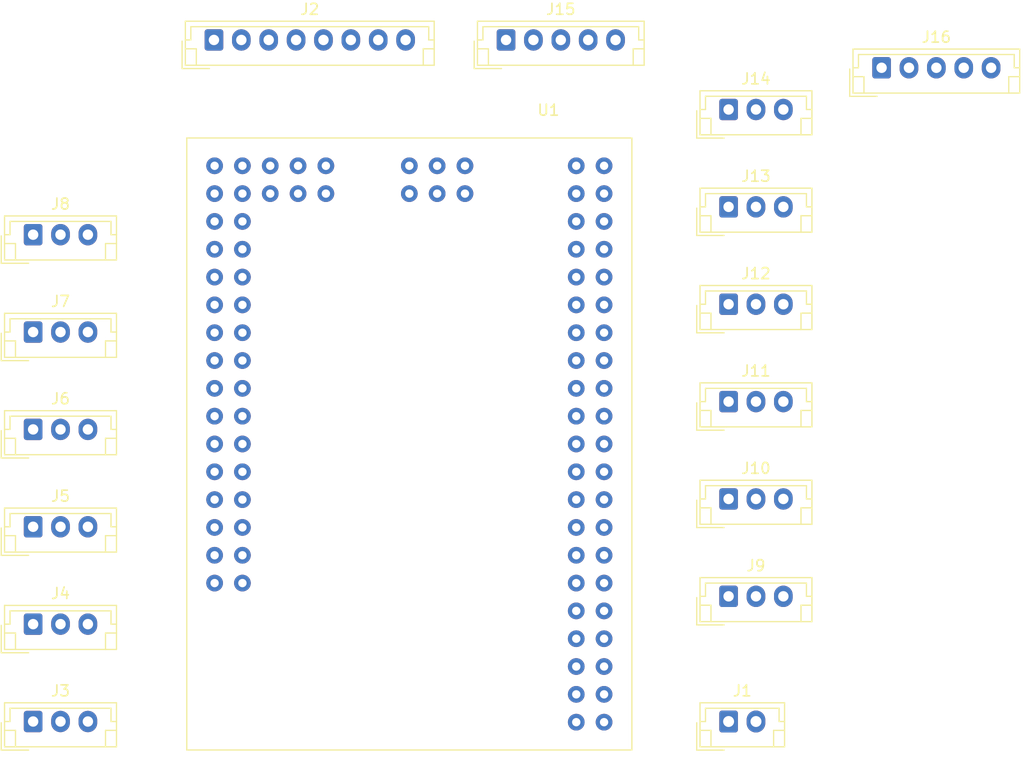
<source format=kicad_pcb>
(kicad_pcb (version 20171130) (host pcbnew 5.1.12-84ad8e8a86~92~ubuntu18.04.1)

  (general
    (thickness 1.6)
    (drawings 0)
    (tracks 0)
    (zones 0)
    (modules 17)
    (nets 96)
  )

  (page A4)
  (layers
    (0 F.Cu signal)
    (31 B.Cu signal)
    (32 B.Adhes user)
    (33 F.Adhes user)
    (34 B.Paste user)
    (35 F.Paste user)
    (36 B.SilkS user)
    (37 F.SilkS user)
    (38 B.Mask user)
    (39 F.Mask user)
    (40 Dwgs.User user)
    (41 Cmts.User user)
    (42 Eco1.User user)
    (43 Eco2.User user)
    (44 Edge.Cuts user)
    (45 Margin user)
    (46 B.CrtYd user)
    (47 F.CrtYd user)
    (48 B.Fab user)
    (49 F.Fab user)
  )

  (setup
    (last_trace_width 0.25)
    (trace_clearance 0.2)
    (zone_clearance 0.508)
    (zone_45_only no)
    (trace_min 0.2)
    (via_size 0.8)
    (via_drill 0.4)
    (via_min_size 0.4)
    (via_min_drill 0.3)
    (uvia_size 0.3)
    (uvia_drill 0.1)
    (uvias_allowed no)
    (uvia_min_size 0.2)
    (uvia_min_drill 0.1)
    (edge_width 0.05)
    (segment_width 0.2)
    (pcb_text_width 0.3)
    (pcb_text_size 1.5 1.5)
    (mod_edge_width 0.12)
    (mod_text_size 1 1)
    (mod_text_width 0.15)
    (pad_size 1.524 1.524)
    (pad_drill 0.762)
    (pad_to_mask_clearance 0)
    (aux_axis_origin 0 0)
    (visible_elements FFFFFF7F)
    (pcbplotparams
      (layerselection 0x010fc_ffffffff)
      (usegerberextensions false)
      (usegerberattributes true)
      (usegerberadvancedattributes true)
      (creategerberjobfile true)
      (excludeedgelayer true)
      (linewidth 0.100000)
      (plotframeref false)
      (viasonmask false)
      (mode 1)
      (useauxorigin false)
      (hpglpennumber 1)
      (hpglpenspeed 20)
      (hpglpendiameter 15.000000)
      (psnegative false)
      (psa4output false)
      (plotreference true)
      (plotvalue true)
      (plotinvisibletext false)
      (padsonsilk false)
      (subtractmaskfromsilk false)
      (outputformat 1)
      (mirror false)
      (drillshape 1)
      (scaleselection 1)
      (outputdirectory ""))
  )

  (net 0 "")
  (net 1 "Net-(U1-Pad9)")
  (net 2 "Net-(U1-Pad10)")
  (net 3 "Net-(U1-Pad11)")
  (net 4 "Net-(U1-Pad12)")
  (net 5 "Net-(U1-Pad13)")
  (net 6 "Net-(U1-Pad14)")
  (net 7 "Net-(U1-Pad15)")
  (net 8 "Net-(U1-Pad16)")
  (net 9 "Net-(U1-Pad17)")
  (net 10 "Net-(U1-Pad18)")
  (net 11 "Net-(U1-Pad19)")
  (net 12 "Net-(U1-Pad20)")
  (net 13 "Net-(U1-Pad21)")
  (net 14 "Net-(U1-Pad22)")
  (net 15 "Net-(U1-Pad23)")
  (net 16 "Net-(U1-Pad24)")
  (net 17 "Net-(U1-Pad25)")
  (net 18 "Net-(U1-Pad26)")
  (net 19 "Net-(U1-Pad27)")
  (net 20 "Net-(U1-Pad28)")
  (net 21 "Net-(U1-Pad29)")
  (net 22 "Net-(U1-Pad30)")
  (net 23 "Net-(U1-Pad31)")
  (net 24 "Net-(U1-Pad32)")
  (net 25 "Net-(U1-Pad33)")
  (net 26 "Net-(U1-Pad34)")
  (net 27 "Net-(U1-Pad35)")
  (net 28 "Net-(U1-Pad36)")
  (net 29 "Net-(U1-Pad37)")
  (net 30 "Net-(U1-Pad38)")
  (net 31 "Net-(U1-Pad39)")
  (net 32 "Net-(U1-Pad40)")
  (net 33 "Net-(U1-Pad41)")
  (net 34 "Net-(U1-Pad42)")
  (net 35 "Net-(U1-Pad49)")
  (net 36 "Net-(U1-Pad50)")
  (net 37 "Net-(U1-Pad51)")
  (net 38 "Net-(U1-Pad52)")
  (net 39 "Net-(U1-Pad56)")
  (net 40 "Net-(U1-Pad57)")
  (net 41 "Net-(U1-Pad58)")
  (net 42 "Net-(U1-Pad59)")
  (net 43 "Net-(U1-Pad60)")
  (net 44 "Net-(U1-Pad61)")
  (net 45 "Net-(U1-Pad62)")
  (net 46 "Net-(U1-Pad63)")
  (net 47 "Net-(U1-Pad64)")
  (net 48 "Net-(U1-Pad65)")
  (net 49 "Net-(U1-Pad66)")
  (net 50 "Net-(U1-Pad67)")
  (net 51 "Net-(U1-Pad68)")
  (net 52 "Net-(U1-Pad69)")
  (net 53 "Net-(U1-Pad70)")
  (net 54 "Net-(U1-Pad71)")
  (net 55 "Net-(U1-Pad72)")
  (net 56 "Net-(U1-Pad73)")
  (net 57 "Net-(U1-Pad74)")
  (net 58 "Net-(U1-Pad75)")
  (net 59 "Net-(U1-Pad76)")
  (net 60 "Net-(U1-Pad77)")
  (net 61 "Net-(U1-Pad78)")
  (net 62 "Net-(U1-Pad79)")
  (net 63 "Net-(U1-Pad80)")
  (net 64 "Net-(J1-Pad1)")
  (net 65 "Net-(J1-Pad2)")
  (net 66 "Net-(J2-Pad1)")
  (net 67 "Net-(J2-Pad2)")
  (net 68 "Net-(J2-Pad3)")
  (net 69 "Net-(J2-Pad4)")
  (net 70 "Net-(J2-Pad5)")
  (net 71 "Net-(J2-Pad6)")
  (net 72 "Net-(J2-Pad7)")
  (net 73 "Net-(J2-Pad8)")
  (net 74 "Net-(U1-Pad82)")
  (net 75 "Net-(J3-Pad2)")
  (net 76 "Net-(J10-Pad1)")
  (net 77 "Net-(J4-Pad2)")
  (net 78 "Net-(J5-Pad2)")
  (net 79 "Net-(J6-Pad2)")
  (net 80 "Net-(J7-Pad2)")
  (net 81 "Net-(J8-Pad2)")
  (net 82 "Net-(J9-Pad2)")
  (net 83 "Net-(J10-Pad2)")
  (net 84 "Net-(J11-Pad2)")
  (net 85 "Net-(J12-Pad2)")
  (net 86 "Net-(J13-Pad2)")
  (net 87 "Net-(J14-Pad2)")
  (net 88 "Net-(J15-Pad5)")
  (net 89 "Net-(J15-Pad4)")
  (net 90 "Net-(J15-Pad2)")
  (net 91 "Net-(J16-Pad1)")
  (net 92 "Net-(J16-Pad2)")
  (net 93 "Net-(J16-Pad3)")
  (net 94 "Net-(J16-Pad4)")
  (net 95 "Net-(J16-Pad5)")

  (net_class Default "This is the default net class."
    (clearance 0.2)
    (trace_width 0.25)
    (via_dia 0.8)
    (via_drill 0.4)
    (uvia_dia 0.3)
    (uvia_drill 0.1)
    (add_net "Net-(J1-Pad1)")
    (add_net "Net-(J1-Pad2)")
    (add_net "Net-(J10-Pad1)")
    (add_net "Net-(J10-Pad2)")
    (add_net "Net-(J11-Pad2)")
    (add_net "Net-(J12-Pad2)")
    (add_net "Net-(J13-Pad2)")
    (add_net "Net-(J14-Pad2)")
    (add_net "Net-(J15-Pad2)")
    (add_net "Net-(J15-Pad4)")
    (add_net "Net-(J15-Pad5)")
    (add_net "Net-(J16-Pad1)")
    (add_net "Net-(J16-Pad2)")
    (add_net "Net-(J16-Pad3)")
    (add_net "Net-(J16-Pad4)")
    (add_net "Net-(J16-Pad5)")
    (add_net "Net-(J2-Pad1)")
    (add_net "Net-(J2-Pad2)")
    (add_net "Net-(J2-Pad3)")
    (add_net "Net-(J2-Pad4)")
    (add_net "Net-(J2-Pad5)")
    (add_net "Net-(J2-Pad6)")
    (add_net "Net-(J2-Pad7)")
    (add_net "Net-(J2-Pad8)")
    (add_net "Net-(J3-Pad2)")
    (add_net "Net-(J4-Pad2)")
    (add_net "Net-(J5-Pad2)")
    (add_net "Net-(J6-Pad2)")
    (add_net "Net-(J7-Pad2)")
    (add_net "Net-(J8-Pad2)")
    (add_net "Net-(J9-Pad2)")
    (add_net "Net-(U1-Pad10)")
    (add_net "Net-(U1-Pad11)")
    (add_net "Net-(U1-Pad12)")
    (add_net "Net-(U1-Pad13)")
    (add_net "Net-(U1-Pad14)")
    (add_net "Net-(U1-Pad15)")
    (add_net "Net-(U1-Pad16)")
    (add_net "Net-(U1-Pad17)")
    (add_net "Net-(U1-Pad18)")
    (add_net "Net-(U1-Pad19)")
    (add_net "Net-(U1-Pad20)")
    (add_net "Net-(U1-Pad21)")
    (add_net "Net-(U1-Pad22)")
    (add_net "Net-(U1-Pad23)")
    (add_net "Net-(U1-Pad24)")
    (add_net "Net-(U1-Pad25)")
    (add_net "Net-(U1-Pad26)")
    (add_net "Net-(U1-Pad27)")
    (add_net "Net-(U1-Pad28)")
    (add_net "Net-(U1-Pad29)")
    (add_net "Net-(U1-Pad30)")
    (add_net "Net-(U1-Pad31)")
    (add_net "Net-(U1-Pad32)")
    (add_net "Net-(U1-Pad33)")
    (add_net "Net-(U1-Pad34)")
    (add_net "Net-(U1-Pad35)")
    (add_net "Net-(U1-Pad36)")
    (add_net "Net-(U1-Pad37)")
    (add_net "Net-(U1-Pad38)")
    (add_net "Net-(U1-Pad39)")
    (add_net "Net-(U1-Pad40)")
    (add_net "Net-(U1-Pad41)")
    (add_net "Net-(U1-Pad42)")
    (add_net "Net-(U1-Pad49)")
    (add_net "Net-(U1-Pad50)")
    (add_net "Net-(U1-Pad51)")
    (add_net "Net-(U1-Pad52)")
    (add_net "Net-(U1-Pad56)")
    (add_net "Net-(U1-Pad57)")
    (add_net "Net-(U1-Pad58)")
    (add_net "Net-(U1-Pad59)")
    (add_net "Net-(U1-Pad60)")
    (add_net "Net-(U1-Pad61)")
    (add_net "Net-(U1-Pad62)")
    (add_net "Net-(U1-Pad63)")
    (add_net "Net-(U1-Pad64)")
    (add_net "Net-(U1-Pad65)")
    (add_net "Net-(U1-Pad66)")
    (add_net "Net-(U1-Pad67)")
    (add_net "Net-(U1-Pad68)")
    (add_net "Net-(U1-Pad69)")
    (add_net "Net-(U1-Pad70)")
    (add_net "Net-(U1-Pad71)")
    (add_net "Net-(U1-Pad72)")
    (add_net "Net-(U1-Pad73)")
    (add_net "Net-(U1-Pad74)")
    (add_net "Net-(U1-Pad75)")
    (add_net "Net-(U1-Pad76)")
    (add_net "Net-(U1-Pad77)")
    (add_net "Net-(U1-Pad78)")
    (add_net "Net-(U1-Pad79)")
    (add_net "Net-(U1-Pad80)")
    (add_net "Net-(U1-Pad82)")
    (add_net "Net-(U1-Pad9)")
  )

  (module joy-it:ARD_Mega2560_pro (layer F.Cu) (tedit 62910062) (tstamp 62916599)
    (at 137.220001 114.360001)
    (path /6291206C)
    (fp_text reference U1 (at 12.7 -30.48) (layer F.SilkS)
      (effects (font (size 1 1) (thickness 0.15)))
    )
    (fp_text value ARD_Mega2560_pro (at -10.16 -30.48) (layer F.Fab)
      (effects (font (size 1 1) (thickness 0.15)))
    )
    (fp_line (start -20.32 27.94) (end -20.32 -27.94) (layer F.SilkS) (width 0.12))
    (fp_line (start 20.32 27.94) (end -20.32 27.94) (layer F.SilkS) (width 0.12))
    (fp_line (start 20.32 -27.94) (end 20.32 27.94) (layer F.SilkS) (width 0.12))
    (fp_line (start -20.32 -27.94) (end 20.32 -27.94) (layer F.SilkS) (width 0.12))
    (pad 1 thru_hole circle (at 15.24 25.4) (size 1.524 1.524) (drill 0.762) (layers *.Cu *.Mask)
      (net 65 "Net-(J1-Pad2)"))
    (pad 2 thru_hole circle (at 17.78 25.4) (size 1.524 1.524) (drill 0.762) (layers *.Cu *.Mask)
      (net 65 "Net-(J1-Pad2)"))
    (pad 3 thru_hole circle (at 15.24 22.86) (size 1.524 1.524) (drill 0.762) (layers *.Cu *.Mask)
      (net 64 "Net-(J1-Pad1)"))
    (pad 4 thru_hole circle (at 17.78 22.86) (size 1.524 1.524) (drill 0.762) (layers *.Cu *.Mask)
      (net 64 "Net-(J1-Pad1)"))
    (pad 5 thru_hole circle (at 15.24 20.32) (size 1.524 1.524) (drill 0.762) (layers *.Cu *.Mask)
      (net 76 "Net-(J10-Pad1)"))
    (pad 6 thru_hole circle (at 17.78 20.32) (size 1.524 1.524) (drill 0.762) (layers *.Cu *.Mask)
      (net 76 "Net-(J10-Pad1)"))
    (pad 7 thru_hole circle (at 15.24 17.78) (size 1.524 1.524) (drill 0.762) (layers *.Cu *.Mask)
      (net 73 "Net-(J2-Pad8)"))
    (pad 8 thru_hole circle (at 17.78 17.78) (size 1.524 1.524) (drill 0.762) (layers *.Cu *.Mask)
      (net 73 "Net-(J2-Pad8)"))
    (pad 9 thru_hole circle (at 15.24 15.24) (size 1.524 1.524) (drill 0.762) (layers *.Cu *.Mask)
      (net 1 "Net-(U1-Pad9)"))
    (pad 10 thru_hole circle (at 17.78 15.24) (size 1.524 1.524) (drill 0.762) (layers *.Cu *.Mask)
      (net 2 "Net-(U1-Pad10)"))
    (pad 11 thru_hole circle (at 15.24 12.7) (size 1.524 1.524) (drill 0.762) (layers *.Cu *.Mask)
      (net 3 "Net-(U1-Pad11)"))
    (pad 12 thru_hole circle (at 17.78 12.7) (size 1.524 1.524) (drill 0.762) (layers *.Cu *.Mask)
      (net 4 "Net-(U1-Pad12)"))
    (pad 13 thru_hole circle (at 15.24 10.16) (size 1.524 1.524) (drill 0.762) (layers *.Cu *.Mask)
      (net 5 "Net-(U1-Pad13)"))
    (pad 14 thru_hole circle (at 17.78 10.16) (size 1.524 1.524) (drill 0.762) (layers *.Cu *.Mask)
      (net 6 "Net-(U1-Pad14)"))
    (pad 15 thru_hole circle (at 15.24 7.62) (size 1.524 1.524) (drill 0.762) (layers *.Cu *.Mask)
      (net 7 "Net-(U1-Pad15)"))
    (pad 16 thru_hole circle (at 17.78 7.62) (size 1.524 1.524) (drill 0.762) (layers *.Cu *.Mask)
      (net 8 "Net-(U1-Pad16)"))
    (pad 17 thru_hole circle (at 15.24 5.08) (size 1.524 1.524) (drill 0.762) (layers *.Cu *.Mask)
      (net 9 "Net-(U1-Pad17)"))
    (pad 18 thru_hole circle (at 17.78 5.08) (size 1.524 1.524) (drill 0.762) (layers *.Cu *.Mask)
      (net 10 "Net-(U1-Pad18)"))
    (pad 19 thru_hole circle (at 15.24 2.54) (size 1.524 1.524) (drill 0.762) (layers *.Cu *.Mask)
      (net 11 "Net-(U1-Pad19)"))
    (pad 20 thru_hole circle (at 17.78 2.54) (size 1.524 1.524) (drill 0.762) (layers *.Cu *.Mask)
      (net 12 "Net-(U1-Pad20)"))
    (pad 21 thru_hole circle (at 15.24 0) (size 1.524 1.524) (drill 0.762) (layers *.Cu *.Mask)
      (net 13 "Net-(U1-Pad21)"))
    (pad 22 thru_hole circle (at 17.78 0) (size 1.524 1.524) (drill 0.762) (layers *.Cu *.Mask)
      (net 14 "Net-(U1-Pad22)"))
    (pad 23 thru_hole circle (at 15.24 -2.54) (size 1.524 1.524) (drill 0.762) (layers *.Cu *.Mask)
      (net 15 "Net-(U1-Pad23)"))
    (pad 24 thru_hole circle (at 17.78 -2.54) (size 1.524 1.524) (drill 0.762) (layers *.Cu *.Mask)
      (net 16 "Net-(U1-Pad24)"))
    (pad 25 thru_hole circle (at 15.24 -5.08) (size 1.524 1.524) (drill 0.762) (layers *.Cu *.Mask)
      (net 17 "Net-(U1-Pad25)"))
    (pad 26 thru_hole circle (at 17.78 -5.08) (size 1.524 1.524) (drill 0.762) (layers *.Cu *.Mask)
      (net 18 "Net-(U1-Pad26)"))
    (pad 27 thru_hole circle (at 15.24 -7.62) (size 1.524 1.524) (drill 0.762) (layers *.Cu *.Mask)
      (net 19 "Net-(U1-Pad27)"))
    (pad 28 thru_hole circle (at 17.78 -7.62) (size 1.524 1.524) (drill 0.762) (layers *.Cu *.Mask)
      (net 20 "Net-(U1-Pad28)"))
    (pad 29 thru_hole circle (at 15.24 -10.16) (size 1.524 1.524) (drill 0.762) (layers *.Cu *.Mask)
      (net 21 "Net-(U1-Pad29)"))
    (pad 30 thru_hole circle (at 17.78 -10.16) (size 1.524 1.524) (drill 0.762) (layers *.Cu *.Mask)
      (net 22 "Net-(U1-Pad30)"))
    (pad 31 thru_hole circle (at 15.24 -12.7) (size 1.524 1.524) (drill 0.762) (layers *.Cu *.Mask)
      (net 23 "Net-(U1-Pad31)"))
    (pad 32 thru_hole circle (at 17.78 -12.7) (size 1.524 1.524) (drill 0.762) (layers *.Cu *.Mask)
      (net 24 "Net-(U1-Pad32)"))
    (pad 33 thru_hole circle (at 15.24 -15.24) (size 1.524 1.524) (drill 0.762) (layers *.Cu *.Mask)
      (net 25 "Net-(U1-Pad33)"))
    (pad 34 thru_hole circle (at 17.78 -15.24) (size 1.524 1.524) (drill 0.762) (layers *.Cu *.Mask)
      (net 26 "Net-(U1-Pad34)"))
    (pad 35 thru_hole circle (at 15.24 -17.78) (size 1.524 1.524) (drill 0.762) (layers *.Cu *.Mask)
      (net 27 "Net-(U1-Pad35)"))
    (pad 36 thru_hole circle (at 17.78 -17.78) (size 1.524 1.524) (drill 0.762) (layers *.Cu *.Mask)
      (net 28 "Net-(U1-Pad36)"))
    (pad 37 thru_hole circle (at 15.24 -20.32) (size 1.524 1.524) (drill 0.762) (layers *.Cu *.Mask)
      (net 29 "Net-(U1-Pad37)"))
    (pad 38 thru_hole circle (at 17.78 -20.32) (size 1.524 1.524) (drill 0.762) (layers *.Cu *.Mask)
      (net 30 "Net-(U1-Pad38)"))
    (pad 39 thru_hole circle (at 15.24 -22.86) (size 1.524 1.524) (drill 0.762) (layers *.Cu *.Mask)
      (net 31 "Net-(U1-Pad39)"))
    (pad 40 thru_hole circle (at 17.78 -22.86) (size 1.524 1.524) (drill 0.762) (layers *.Cu *.Mask)
      (net 32 "Net-(U1-Pad40)"))
    (pad 41 thru_hole circle (at 15.24 -25.4) (size 1.524 1.524) (drill 0.762) (layers *.Cu *.Mask)
      (net 33 "Net-(U1-Pad41)"))
    (pad 42 thru_hole circle (at 17.78 -25.4) (size 1.524 1.524) (drill 0.762) (layers *.Cu *.Mask)
      (net 34 "Net-(U1-Pad42)"))
    (pad 43 thru_hole circle (at -17.78 12.7) (size 1.524 1.524) (drill 0.762) (layers *.Cu *.Mask)
      (net 75 "Net-(J3-Pad2)"))
    (pad 44 thru_hole circle (at -15.24 12.7) (size 1.524 1.524) (drill 0.762) (layers *.Cu *.Mask)
      (net 77 "Net-(J4-Pad2)"))
    (pad 45 thru_hole circle (at -17.78 10.16) (size 1.524 1.524) (drill 0.762) (layers *.Cu *.Mask)
      (net 78 "Net-(J5-Pad2)"))
    (pad 46 thru_hole circle (at -15.24 10.16) (size 1.524 1.524) (drill 0.762) (layers *.Cu *.Mask)
      (net 79 "Net-(J6-Pad2)"))
    (pad 47 thru_hole circle (at -17.78 7.62) (size 1.524 1.524) (drill 0.762) (layers *.Cu *.Mask)
      (net 80 "Net-(J7-Pad2)"))
    (pad 48 thru_hole circle (at -15.24 7.62) (size 1.524 1.524) (drill 0.762) (layers *.Cu *.Mask)
      (net 81 "Net-(J8-Pad2)"))
    (pad 49 thru_hole circle (at -17.78 5.08) (size 1.524 1.524) (drill 0.762) (layers *.Cu *.Mask)
      (net 35 "Net-(U1-Pad49)"))
    (pad 50 thru_hole circle (at -15.24 5.08) (size 1.524 1.524) (drill 0.762) (layers *.Cu *.Mask)
      (net 36 "Net-(U1-Pad50)"))
    (pad 51 thru_hole circle (at -17.78 2.54) (size 1.524 1.524) (drill 0.762) (layers *.Cu *.Mask)
      (net 37 "Net-(U1-Pad51)"))
    (pad 52 thru_hole circle (at -15.24 2.54) (size 1.524 1.524) (drill 0.762) (layers *.Cu *.Mask)
      (net 38 "Net-(U1-Pad52)"))
    (pad 53 thru_hole circle (at -17.78 0) (size 1.524 1.524) (drill 0.762) (layers *.Cu *.Mask)
      (net 90 "Net-(J15-Pad2)"))
    (pad 54 thru_hole circle (at -15.24 0) (size 1.524 1.524) (drill 0.762) (layers *.Cu *.Mask)
      (net 89 "Net-(J15-Pad4)"))
    (pad 55 thru_hole circle (at -17.78 -2.54) (size 1.524 1.524) (drill 0.762) (layers *.Cu *.Mask)
      (net 88 "Net-(J15-Pad5)"))
    (pad 56 thru_hole circle (at -15.24 -2.54) (size 1.524 1.524) (drill 0.762) (layers *.Cu *.Mask)
      (net 39 "Net-(U1-Pad56)"))
    (pad 57 thru_hole circle (at -17.78 -5.08) (size 1.524 1.524) (drill 0.762) (layers *.Cu *.Mask)
      (net 40 "Net-(U1-Pad57)"))
    (pad 58 thru_hole circle (at -15.24 -5.08) (size 1.524 1.524) (drill 0.762) (layers *.Cu *.Mask)
      (net 41 "Net-(U1-Pad58)"))
    (pad 59 thru_hole circle (at -17.78 -7.62) (size 1.524 1.524) (drill 0.762) (layers *.Cu *.Mask)
      (net 42 "Net-(U1-Pad59)"))
    (pad 60 thru_hole circle (at -15.24 -7.62) (size 1.524 1.524) (drill 0.762) (layers *.Cu *.Mask)
      (net 43 "Net-(U1-Pad60)"))
    (pad 61 thru_hole circle (at -17.78 -10.16) (size 1.524 1.524) (drill 0.762) (layers *.Cu *.Mask)
      (net 44 "Net-(U1-Pad61)"))
    (pad 62 thru_hole circle (at -15.24 -10.16) (size 1.524 1.524) (drill 0.762) (layers *.Cu *.Mask)
      (net 45 "Net-(U1-Pad62)"))
    (pad 63 thru_hole circle (at -17.78 -12.7) (size 1.524 1.524) (drill 0.762) (layers *.Cu *.Mask)
      (net 46 "Net-(U1-Pad63)"))
    (pad 64 thru_hole circle (at -15.24 -12.7) (size 1.524 1.524) (drill 0.762) (layers *.Cu *.Mask)
      (net 47 "Net-(U1-Pad64)"))
    (pad 65 thru_hole circle (at -17.78 -15.24) (size 1.524 1.524) (drill 0.762) (layers *.Cu *.Mask)
      (net 48 "Net-(U1-Pad65)"))
    (pad 66 thru_hole circle (at -15.24 -15.24) (size 1.524 1.524) (drill 0.762) (layers *.Cu *.Mask)
      (net 49 "Net-(U1-Pad66)"))
    (pad 67 thru_hole circle (at -17.78 -17.78) (size 1.524 1.524) (drill 0.762) (layers *.Cu *.Mask)
      (net 50 "Net-(U1-Pad67)"))
    (pad 68 thru_hole circle (at -15.24 -17.78) (size 1.524 1.524) (drill 0.762) (layers *.Cu *.Mask)
      (net 51 "Net-(U1-Pad68)"))
    (pad 69 thru_hole circle (at -17.78 -20.32) (size 1.524 1.524) (drill 0.762) (layers *.Cu *.Mask)
      (net 52 "Net-(U1-Pad69)"))
    (pad 70 thru_hole circle (at -15.24 -20.32) (size 1.524 1.524) (drill 0.762) (layers *.Cu *.Mask)
      (net 53 "Net-(U1-Pad70)"))
    (pad 71 thru_hole circle (at -17.78 -22.86) (size 1.524 1.524) (drill 0.762) (layers *.Cu *.Mask)
      (net 54 "Net-(U1-Pad71)"))
    (pad 72 thru_hole circle (at -15.24 -22.86) (size 1.524 1.524) (drill 0.762) (layers *.Cu *.Mask)
      (net 55 "Net-(U1-Pad72)"))
    (pad 73 thru_hole circle (at -17.78 -25.4) (size 1.524 1.524) (drill 0.762) (layers *.Cu *.Mask)
      (net 56 "Net-(U1-Pad73)"))
    (pad 74 thru_hole circle (at -15.24 -25.4) (size 1.524 1.524) (drill 0.762) (layers *.Cu *.Mask)
      (net 57 "Net-(U1-Pad74)"))
    (pad 75 thru_hole circle (at -12.7 -25.4) (size 1.524 1.524) (drill 0.762) (layers *.Cu *.Mask)
      (net 58 "Net-(U1-Pad75)"))
    (pad 76 thru_hole circle (at -12.7 -22.86) (size 1.524 1.524) (drill 0.762) (layers *.Cu *.Mask)
      (net 59 "Net-(U1-Pad76)"))
    (pad 77 thru_hole circle (at -10.16 -25.4) (size 1.524 1.524) (drill 0.762) (layers *.Cu *.Mask)
      (net 60 "Net-(U1-Pad77)"))
    (pad 78 thru_hole circle (at -10.16 -22.86) (size 1.524 1.524) (drill 0.762) (layers *.Cu *.Mask)
      (net 61 "Net-(U1-Pad78)"))
    (pad 79 thru_hole circle (at -7.62 -25.4) (size 1.524 1.524) (drill 0.762) (layers *.Cu *.Mask)
      (net 62 "Net-(U1-Pad79)"))
    (pad 80 thru_hole circle (at -7.62 -22.86) (size 1.524 1.524) (drill 0.762) (layers *.Cu *.Mask)
      (net 63 "Net-(U1-Pad80)"))
    (pad 81 thru_hole circle (at 0 -25.4) (size 1.524 1.524) (drill 0.762) (layers *.Cu *.Mask)
      (net 66 "Net-(J2-Pad1)"))
    (pad 82 thru_hole circle (at 0 -22.86) (size 1.524 1.524) (drill 0.762) (layers *.Cu *.Mask)
      (net 74 "Net-(U1-Pad82)"))
    (pad 83 thru_hole circle (at 2.54 -25.4) (size 1.524 1.524) (drill 0.762) (layers *.Cu *.Mask)
      (net 71 "Net-(J2-Pad6)"))
    (pad 84 thru_hole circle (at 2.54 -22.86) (size 1.524 1.524) (drill 0.762) (layers *.Cu *.Mask)
      (net 72 "Net-(J2-Pad7)"))
    (pad 85 thru_hole circle (at 5.08 -25.4) (size 1.524 1.524) (drill 0.762) (layers *.Cu *.Mask)
      (net 67 "Net-(J2-Pad2)"))
    (pad 86 thru_hole circle (at 5.08 -22.86) (size 1.524 1.524) (drill 0.762) (layers *.Cu *.Mask)
      (net 69 "Net-(J2-Pad4)"))
  )

  (module Connector_JST:JST_EH_B2B-EH-A_1x02_P2.50mm_Vertical (layer F.Cu) (tedit 5C28142C) (tstamp 62965BFB)
    (at 166.37 139.7)
    (descr "JST EH series connector, B2B-EH-A (http://www.jst-mfg.com/product/pdf/eng/eEH.pdf), generated with kicad-footprint-generator")
    (tags "connector JST EH vertical")
    (path /6292B0CC)
    (fp_text reference J1 (at 1.25 -2.8) (layer F.SilkS)
      (effects (font (size 1 1) (thickness 0.15)))
    )
    (fp_text value Power (at 1.25 3.4) (layer F.Fab)
      (effects (font (size 1 1) (thickness 0.15)))
    )
    (fp_line (start -2.91 2.61) (end -0.41 2.61) (layer F.Fab) (width 0.1))
    (fp_line (start -2.91 0.11) (end -2.91 2.61) (layer F.Fab) (width 0.1))
    (fp_line (start -2.91 2.61) (end -0.41 2.61) (layer F.SilkS) (width 0.12))
    (fp_line (start -2.91 0.11) (end -2.91 2.61) (layer F.SilkS) (width 0.12))
    (fp_line (start 4.11 0.81) (end 4.11 2.31) (layer F.SilkS) (width 0.12))
    (fp_line (start 5.11 0.81) (end 4.11 0.81) (layer F.SilkS) (width 0.12))
    (fp_line (start -1.61 0.81) (end -1.61 2.31) (layer F.SilkS) (width 0.12))
    (fp_line (start -2.61 0.81) (end -1.61 0.81) (layer F.SilkS) (width 0.12))
    (fp_line (start 4.61 0) (end 5.11 0) (layer F.SilkS) (width 0.12))
    (fp_line (start 4.61 -1.21) (end 4.61 0) (layer F.SilkS) (width 0.12))
    (fp_line (start -2.11 -1.21) (end 4.61 -1.21) (layer F.SilkS) (width 0.12))
    (fp_line (start -2.11 0) (end -2.11 -1.21) (layer F.SilkS) (width 0.12))
    (fp_line (start -2.61 0) (end -2.11 0) (layer F.SilkS) (width 0.12))
    (fp_line (start 5.11 -1.71) (end -2.61 -1.71) (layer F.SilkS) (width 0.12))
    (fp_line (start 5.11 2.31) (end 5.11 -1.71) (layer F.SilkS) (width 0.12))
    (fp_line (start -2.61 2.31) (end 5.11 2.31) (layer F.SilkS) (width 0.12))
    (fp_line (start -2.61 -1.71) (end -2.61 2.31) (layer F.SilkS) (width 0.12))
    (fp_line (start 5.5 -2.1) (end -3 -2.1) (layer F.CrtYd) (width 0.05))
    (fp_line (start 5.5 2.7) (end 5.5 -2.1) (layer F.CrtYd) (width 0.05))
    (fp_line (start -3 2.7) (end 5.5 2.7) (layer F.CrtYd) (width 0.05))
    (fp_line (start -3 -2.1) (end -3 2.7) (layer F.CrtYd) (width 0.05))
    (fp_line (start 5 -1.6) (end -2.5 -1.6) (layer F.Fab) (width 0.1))
    (fp_line (start 5 2.2) (end 5 -1.6) (layer F.Fab) (width 0.1))
    (fp_line (start -2.5 2.2) (end 5 2.2) (layer F.Fab) (width 0.1))
    (fp_line (start -2.5 -1.6) (end -2.5 2.2) (layer F.Fab) (width 0.1))
    (fp_text user %R (at 1.25 1.5) (layer F.Fab)
      (effects (font (size 1 1) (thickness 0.15)))
    )
    (pad 1 thru_hole roundrect (at 0 0) (size 1.7 2) (drill 1) (layers *.Cu *.Mask) (roundrect_rratio 0.147059)
      (net 64 "Net-(J1-Pad1)"))
    (pad 2 thru_hole oval (at 2.5 0) (size 1.7 2) (drill 1) (layers *.Cu *.Mask)
      (net 65 "Net-(J1-Pad2)"))
    (model ${KISYS3DMOD}/Connector_JST.3dshapes/JST_EH_B2B-EH-A_1x02_P2.50mm_Vertical.wrl
      (at (xyz 0 0 0))
      (scale (xyz 1 1 1))
      (rotate (xyz 0 0 0))
    )
  )

  (module Connector_JST:JST_EH_B8B-EH-A_1x08_P2.50mm_Vertical (layer F.Cu) (tedit 5C28142D) (tstamp 62965C1A)
    (at 119.38 77.47)
    (descr "JST EH series connector, B8B-EH-A (http://www.jst-mfg.com/product/pdf/eng/eEH.pdf), generated with kicad-footprint-generator")
    (tags "connector JST EH vertical")
    (path /62918A66)
    (fp_text reference J2 (at 8.75 -2.8) (layer F.SilkS)
      (effects (font (size 1 1) (thickness 0.15)))
    )
    (fp_text value Display (at 8.75 3.4) (layer F.Fab)
      (effects (font (size 1 1) (thickness 0.15)))
    )
    (fp_line (start -2.91 2.61) (end -0.41 2.61) (layer F.Fab) (width 0.1))
    (fp_line (start -2.91 0.11) (end -2.91 2.61) (layer F.Fab) (width 0.1))
    (fp_line (start -2.91 2.61) (end -0.41 2.61) (layer F.SilkS) (width 0.12))
    (fp_line (start -2.91 0.11) (end -2.91 2.61) (layer F.SilkS) (width 0.12))
    (fp_line (start 19.11 0.81) (end 19.11 2.31) (layer F.SilkS) (width 0.12))
    (fp_line (start 20.11 0.81) (end 19.11 0.81) (layer F.SilkS) (width 0.12))
    (fp_line (start -1.61 0.81) (end -1.61 2.31) (layer F.SilkS) (width 0.12))
    (fp_line (start -2.61 0.81) (end -1.61 0.81) (layer F.SilkS) (width 0.12))
    (fp_line (start 19.61 0) (end 20.11 0) (layer F.SilkS) (width 0.12))
    (fp_line (start 19.61 -1.21) (end 19.61 0) (layer F.SilkS) (width 0.12))
    (fp_line (start -2.11 -1.21) (end 19.61 -1.21) (layer F.SilkS) (width 0.12))
    (fp_line (start -2.11 0) (end -2.11 -1.21) (layer F.SilkS) (width 0.12))
    (fp_line (start -2.61 0) (end -2.11 0) (layer F.SilkS) (width 0.12))
    (fp_line (start 20.11 -1.71) (end -2.61 -1.71) (layer F.SilkS) (width 0.12))
    (fp_line (start 20.11 2.31) (end 20.11 -1.71) (layer F.SilkS) (width 0.12))
    (fp_line (start -2.61 2.31) (end 20.11 2.31) (layer F.SilkS) (width 0.12))
    (fp_line (start -2.61 -1.71) (end -2.61 2.31) (layer F.SilkS) (width 0.12))
    (fp_line (start 20.5 -2.1) (end -3 -2.1) (layer F.CrtYd) (width 0.05))
    (fp_line (start 20.5 2.7) (end 20.5 -2.1) (layer F.CrtYd) (width 0.05))
    (fp_line (start -3 2.7) (end 20.5 2.7) (layer F.CrtYd) (width 0.05))
    (fp_line (start -3 -2.1) (end -3 2.7) (layer F.CrtYd) (width 0.05))
    (fp_line (start 20 -1.6) (end -2.5 -1.6) (layer F.Fab) (width 0.1))
    (fp_line (start 20 2.2) (end 20 -1.6) (layer F.Fab) (width 0.1))
    (fp_line (start -2.5 2.2) (end 20 2.2) (layer F.Fab) (width 0.1))
    (fp_line (start -2.5 -1.6) (end -2.5 2.2) (layer F.Fab) (width 0.1))
    (fp_text user %R (at 8.75 1.5) (layer F.Fab)
      (effects (font (size 1 1) (thickness 0.15)))
    )
    (pad 1 thru_hole roundrect (at 0 0) (size 1.7 1.95) (drill 0.95) (layers *.Cu *.Mask) (roundrect_rratio 0.147059)
      (net 66 "Net-(J2-Pad1)"))
    (pad 2 thru_hole oval (at 2.5 0) (size 1.7 1.95) (drill 0.95) (layers *.Cu *.Mask)
      (net 67 "Net-(J2-Pad2)"))
    (pad 3 thru_hole oval (at 5 0) (size 1.7 1.95) (drill 0.95) (layers *.Cu *.Mask)
      (net 68 "Net-(J2-Pad3)"))
    (pad 4 thru_hole oval (at 7.5 0) (size 1.7 1.95) (drill 0.95) (layers *.Cu *.Mask)
      (net 69 "Net-(J2-Pad4)"))
    (pad 5 thru_hole oval (at 10 0) (size 1.7 1.95) (drill 0.95) (layers *.Cu *.Mask)
      (net 70 "Net-(J2-Pad5)"))
    (pad 6 thru_hole oval (at 12.5 0) (size 1.7 1.95) (drill 0.95) (layers *.Cu *.Mask)
      (net 71 "Net-(J2-Pad6)"))
    (pad 7 thru_hole oval (at 15 0) (size 1.7 1.95) (drill 0.95) (layers *.Cu *.Mask)
      (net 72 "Net-(J2-Pad7)"))
    (pad 8 thru_hole oval (at 17.5 0) (size 1.7 1.95) (drill 0.95) (layers *.Cu *.Mask)
      (net 73 "Net-(J2-Pad8)"))
    (model ${KISYS3DMOD}/Connector_JST.3dshapes/JST_EH_B8B-EH-A_1x08_P2.50mm_Vertical.wrl
      (at (xyz 0 0 0))
      (scale (xyz 1 1 1))
      (rotate (xyz 0 0 0))
    )
  )

  (module Connector_JST:JST_EH_B3B-EH-A_1x03_P2.50mm_Vertical (layer F.Cu) (tedit 5C28142C) (tstamp 62965C5F)
    (at 102.87 139.7)
    (descr "JST EH series connector, B3B-EH-A (http://www.jst-mfg.com/product/pdf/eng/eEH.pdf), generated with kicad-footprint-generator")
    (tags "connector JST EH vertical")
    (path /629369DD)
    (fp_text reference J3 (at 2.5 -2.8) (layer F.SilkS)
      (effects (font (size 1 1) (thickness 0.15)))
    )
    (fp_text value "Analog 1" (at 2.5 3.4) (layer F.Fab)
      (effects (font (size 1 1) (thickness 0.15)))
    )
    (fp_text user %R (at 2.5 1.5) (layer F.Fab)
      (effects (font (size 1 1) (thickness 0.15)))
    )
    (fp_line (start -2.5 -1.6) (end -2.5 2.2) (layer F.Fab) (width 0.1))
    (fp_line (start -2.5 2.2) (end 7.5 2.2) (layer F.Fab) (width 0.1))
    (fp_line (start 7.5 2.2) (end 7.5 -1.6) (layer F.Fab) (width 0.1))
    (fp_line (start 7.5 -1.6) (end -2.5 -1.6) (layer F.Fab) (width 0.1))
    (fp_line (start -3 -2.1) (end -3 2.7) (layer F.CrtYd) (width 0.05))
    (fp_line (start -3 2.7) (end 8 2.7) (layer F.CrtYd) (width 0.05))
    (fp_line (start 8 2.7) (end 8 -2.1) (layer F.CrtYd) (width 0.05))
    (fp_line (start 8 -2.1) (end -3 -2.1) (layer F.CrtYd) (width 0.05))
    (fp_line (start -2.61 -1.71) (end -2.61 2.31) (layer F.SilkS) (width 0.12))
    (fp_line (start -2.61 2.31) (end 7.61 2.31) (layer F.SilkS) (width 0.12))
    (fp_line (start 7.61 2.31) (end 7.61 -1.71) (layer F.SilkS) (width 0.12))
    (fp_line (start 7.61 -1.71) (end -2.61 -1.71) (layer F.SilkS) (width 0.12))
    (fp_line (start -2.61 0) (end -2.11 0) (layer F.SilkS) (width 0.12))
    (fp_line (start -2.11 0) (end -2.11 -1.21) (layer F.SilkS) (width 0.12))
    (fp_line (start -2.11 -1.21) (end 7.11 -1.21) (layer F.SilkS) (width 0.12))
    (fp_line (start 7.11 -1.21) (end 7.11 0) (layer F.SilkS) (width 0.12))
    (fp_line (start 7.11 0) (end 7.61 0) (layer F.SilkS) (width 0.12))
    (fp_line (start -2.61 0.81) (end -1.61 0.81) (layer F.SilkS) (width 0.12))
    (fp_line (start -1.61 0.81) (end -1.61 2.31) (layer F.SilkS) (width 0.12))
    (fp_line (start 7.61 0.81) (end 6.61 0.81) (layer F.SilkS) (width 0.12))
    (fp_line (start 6.61 0.81) (end 6.61 2.31) (layer F.SilkS) (width 0.12))
    (fp_line (start -2.91 0.11) (end -2.91 2.61) (layer F.SilkS) (width 0.12))
    (fp_line (start -2.91 2.61) (end -0.41 2.61) (layer F.SilkS) (width 0.12))
    (fp_line (start -2.91 0.11) (end -2.91 2.61) (layer F.Fab) (width 0.1))
    (fp_line (start -2.91 2.61) (end -0.41 2.61) (layer F.Fab) (width 0.1))
    (pad 3 thru_hole oval (at 5 0) (size 1.7 1.95) (drill 0.95) (layers *.Cu *.Mask)
      (net 64 "Net-(J1-Pad1)"))
    (pad 2 thru_hole oval (at 2.5 0) (size 1.7 1.95) (drill 0.95) (layers *.Cu *.Mask)
      (net 75 "Net-(J3-Pad2)"))
    (pad 1 thru_hole roundrect (at 0 0) (size 1.7 1.95) (drill 0.95) (layers *.Cu *.Mask) (roundrect_rratio 0.147059)
      (net 76 "Net-(J10-Pad1)"))
    (model ${KISYS3DMOD}/Connector_JST.3dshapes/JST_EH_B3B-EH-A_1x03_P2.50mm_Vertical.wrl
      (at (xyz 0 0 0))
      (scale (xyz 1 1 1))
      (rotate (xyz 0 0 0))
    )
  )

  (module Connector_JST:JST_EH_B3B-EH-A_1x03_P2.50mm_Vertical (layer F.Cu) (tedit 5C28142C) (tstamp 62965C80)
    (at 102.87 130.81)
    (descr "JST EH series connector, B3B-EH-A (http://www.jst-mfg.com/product/pdf/eng/eEH.pdf), generated with kicad-footprint-generator")
    (tags "connector JST EH vertical")
    (path /6293C41D)
    (fp_text reference J4 (at 2.5 -2.8) (layer F.SilkS)
      (effects (font (size 1 1) (thickness 0.15)))
    )
    (fp_text value "Analog 2" (at 2.5 3.4) (layer F.Fab)
      (effects (font (size 1 1) (thickness 0.15)))
    )
    (fp_line (start -2.91 2.61) (end -0.41 2.61) (layer F.Fab) (width 0.1))
    (fp_line (start -2.91 0.11) (end -2.91 2.61) (layer F.Fab) (width 0.1))
    (fp_line (start -2.91 2.61) (end -0.41 2.61) (layer F.SilkS) (width 0.12))
    (fp_line (start -2.91 0.11) (end -2.91 2.61) (layer F.SilkS) (width 0.12))
    (fp_line (start 6.61 0.81) (end 6.61 2.31) (layer F.SilkS) (width 0.12))
    (fp_line (start 7.61 0.81) (end 6.61 0.81) (layer F.SilkS) (width 0.12))
    (fp_line (start -1.61 0.81) (end -1.61 2.31) (layer F.SilkS) (width 0.12))
    (fp_line (start -2.61 0.81) (end -1.61 0.81) (layer F.SilkS) (width 0.12))
    (fp_line (start 7.11 0) (end 7.61 0) (layer F.SilkS) (width 0.12))
    (fp_line (start 7.11 -1.21) (end 7.11 0) (layer F.SilkS) (width 0.12))
    (fp_line (start -2.11 -1.21) (end 7.11 -1.21) (layer F.SilkS) (width 0.12))
    (fp_line (start -2.11 0) (end -2.11 -1.21) (layer F.SilkS) (width 0.12))
    (fp_line (start -2.61 0) (end -2.11 0) (layer F.SilkS) (width 0.12))
    (fp_line (start 7.61 -1.71) (end -2.61 -1.71) (layer F.SilkS) (width 0.12))
    (fp_line (start 7.61 2.31) (end 7.61 -1.71) (layer F.SilkS) (width 0.12))
    (fp_line (start -2.61 2.31) (end 7.61 2.31) (layer F.SilkS) (width 0.12))
    (fp_line (start -2.61 -1.71) (end -2.61 2.31) (layer F.SilkS) (width 0.12))
    (fp_line (start 8 -2.1) (end -3 -2.1) (layer F.CrtYd) (width 0.05))
    (fp_line (start 8 2.7) (end 8 -2.1) (layer F.CrtYd) (width 0.05))
    (fp_line (start -3 2.7) (end 8 2.7) (layer F.CrtYd) (width 0.05))
    (fp_line (start -3 -2.1) (end -3 2.7) (layer F.CrtYd) (width 0.05))
    (fp_line (start 7.5 -1.6) (end -2.5 -1.6) (layer F.Fab) (width 0.1))
    (fp_line (start 7.5 2.2) (end 7.5 -1.6) (layer F.Fab) (width 0.1))
    (fp_line (start -2.5 2.2) (end 7.5 2.2) (layer F.Fab) (width 0.1))
    (fp_line (start -2.5 -1.6) (end -2.5 2.2) (layer F.Fab) (width 0.1))
    (fp_text user %R (at 2.5 1.5) (layer F.Fab)
      (effects (font (size 1 1) (thickness 0.15)))
    )
    (pad 1 thru_hole roundrect (at 0 0) (size 1.7 1.95) (drill 0.95) (layers *.Cu *.Mask) (roundrect_rratio 0.147059)
      (net 76 "Net-(J10-Pad1)"))
    (pad 2 thru_hole oval (at 2.5 0) (size 1.7 1.95) (drill 0.95) (layers *.Cu *.Mask)
      (net 77 "Net-(J4-Pad2)"))
    (pad 3 thru_hole oval (at 5 0) (size 1.7 1.95) (drill 0.95) (layers *.Cu *.Mask)
      (net 64 "Net-(J1-Pad1)"))
    (model ${KISYS3DMOD}/Connector_JST.3dshapes/JST_EH_B3B-EH-A_1x03_P2.50mm_Vertical.wrl
      (at (xyz 0 0 0))
      (scale (xyz 1 1 1))
      (rotate (xyz 0 0 0))
    )
  )

  (module Connector_JST:JST_EH_B3B-EH-A_1x03_P2.50mm_Vertical (layer F.Cu) (tedit 5C28142C) (tstamp 62965CA1)
    (at 102.87 121.92)
    (descr "JST EH series connector, B3B-EH-A (http://www.jst-mfg.com/product/pdf/eng/eEH.pdf), generated with kicad-footprint-generator")
    (tags "connector JST EH vertical")
    (path /6293D25D)
    (fp_text reference J5 (at 2.5 -2.8) (layer F.SilkS)
      (effects (font (size 1 1) (thickness 0.15)))
    )
    (fp_text value "Analog 3" (at 2.5 3.4) (layer F.Fab)
      (effects (font (size 1 1) (thickness 0.15)))
    )
    (fp_text user %R (at 2.5 1.5) (layer F.Fab)
      (effects (font (size 1 1) (thickness 0.15)))
    )
    (fp_line (start -2.5 -1.6) (end -2.5 2.2) (layer F.Fab) (width 0.1))
    (fp_line (start -2.5 2.2) (end 7.5 2.2) (layer F.Fab) (width 0.1))
    (fp_line (start 7.5 2.2) (end 7.5 -1.6) (layer F.Fab) (width 0.1))
    (fp_line (start 7.5 -1.6) (end -2.5 -1.6) (layer F.Fab) (width 0.1))
    (fp_line (start -3 -2.1) (end -3 2.7) (layer F.CrtYd) (width 0.05))
    (fp_line (start -3 2.7) (end 8 2.7) (layer F.CrtYd) (width 0.05))
    (fp_line (start 8 2.7) (end 8 -2.1) (layer F.CrtYd) (width 0.05))
    (fp_line (start 8 -2.1) (end -3 -2.1) (layer F.CrtYd) (width 0.05))
    (fp_line (start -2.61 -1.71) (end -2.61 2.31) (layer F.SilkS) (width 0.12))
    (fp_line (start -2.61 2.31) (end 7.61 2.31) (layer F.SilkS) (width 0.12))
    (fp_line (start 7.61 2.31) (end 7.61 -1.71) (layer F.SilkS) (width 0.12))
    (fp_line (start 7.61 -1.71) (end -2.61 -1.71) (layer F.SilkS) (width 0.12))
    (fp_line (start -2.61 0) (end -2.11 0) (layer F.SilkS) (width 0.12))
    (fp_line (start -2.11 0) (end -2.11 -1.21) (layer F.SilkS) (width 0.12))
    (fp_line (start -2.11 -1.21) (end 7.11 -1.21) (layer F.SilkS) (width 0.12))
    (fp_line (start 7.11 -1.21) (end 7.11 0) (layer F.SilkS) (width 0.12))
    (fp_line (start 7.11 0) (end 7.61 0) (layer F.SilkS) (width 0.12))
    (fp_line (start -2.61 0.81) (end -1.61 0.81) (layer F.SilkS) (width 0.12))
    (fp_line (start -1.61 0.81) (end -1.61 2.31) (layer F.SilkS) (width 0.12))
    (fp_line (start 7.61 0.81) (end 6.61 0.81) (layer F.SilkS) (width 0.12))
    (fp_line (start 6.61 0.81) (end 6.61 2.31) (layer F.SilkS) (width 0.12))
    (fp_line (start -2.91 0.11) (end -2.91 2.61) (layer F.SilkS) (width 0.12))
    (fp_line (start -2.91 2.61) (end -0.41 2.61) (layer F.SilkS) (width 0.12))
    (fp_line (start -2.91 0.11) (end -2.91 2.61) (layer F.Fab) (width 0.1))
    (fp_line (start -2.91 2.61) (end -0.41 2.61) (layer F.Fab) (width 0.1))
    (pad 3 thru_hole oval (at 5 0) (size 1.7 1.95) (drill 0.95) (layers *.Cu *.Mask)
      (net 64 "Net-(J1-Pad1)"))
    (pad 2 thru_hole oval (at 2.5 0) (size 1.7 1.95) (drill 0.95) (layers *.Cu *.Mask)
      (net 78 "Net-(J5-Pad2)"))
    (pad 1 thru_hole roundrect (at 0 0) (size 1.7 1.95) (drill 0.95) (layers *.Cu *.Mask) (roundrect_rratio 0.147059)
      (net 76 "Net-(J10-Pad1)"))
    (model ${KISYS3DMOD}/Connector_JST.3dshapes/JST_EH_B3B-EH-A_1x03_P2.50mm_Vertical.wrl
      (at (xyz 0 0 0))
      (scale (xyz 1 1 1))
      (rotate (xyz 0 0 0))
    )
  )

  (module Connector_JST:JST_EH_B3B-EH-A_1x03_P2.50mm_Vertical (layer F.Cu) (tedit 5C28142C) (tstamp 62965CC2)
    (at 102.87 113.03)
    (descr "JST EH series connector, B3B-EH-A (http://www.jst-mfg.com/product/pdf/eng/eEH.pdf), generated with kicad-footprint-generator")
    (tags "connector JST EH vertical")
    (path /6293E7AB)
    (fp_text reference J6 (at 2.5 -2.8) (layer F.SilkS)
      (effects (font (size 1 1) (thickness 0.15)))
    )
    (fp_text value "Analog 4" (at 2.5 3.4) (layer F.Fab)
      (effects (font (size 1 1) (thickness 0.15)))
    )
    (fp_line (start -2.91 2.61) (end -0.41 2.61) (layer F.Fab) (width 0.1))
    (fp_line (start -2.91 0.11) (end -2.91 2.61) (layer F.Fab) (width 0.1))
    (fp_line (start -2.91 2.61) (end -0.41 2.61) (layer F.SilkS) (width 0.12))
    (fp_line (start -2.91 0.11) (end -2.91 2.61) (layer F.SilkS) (width 0.12))
    (fp_line (start 6.61 0.81) (end 6.61 2.31) (layer F.SilkS) (width 0.12))
    (fp_line (start 7.61 0.81) (end 6.61 0.81) (layer F.SilkS) (width 0.12))
    (fp_line (start -1.61 0.81) (end -1.61 2.31) (layer F.SilkS) (width 0.12))
    (fp_line (start -2.61 0.81) (end -1.61 0.81) (layer F.SilkS) (width 0.12))
    (fp_line (start 7.11 0) (end 7.61 0) (layer F.SilkS) (width 0.12))
    (fp_line (start 7.11 -1.21) (end 7.11 0) (layer F.SilkS) (width 0.12))
    (fp_line (start -2.11 -1.21) (end 7.11 -1.21) (layer F.SilkS) (width 0.12))
    (fp_line (start -2.11 0) (end -2.11 -1.21) (layer F.SilkS) (width 0.12))
    (fp_line (start -2.61 0) (end -2.11 0) (layer F.SilkS) (width 0.12))
    (fp_line (start 7.61 -1.71) (end -2.61 -1.71) (layer F.SilkS) (width 0.12))
    (fp_line (start 7.61 2.31) (end 7.61 -1.71) (layer F.SilkS) (width 0.12))
    (fp_line (start -2.61 2.31) (end 7.61 2.31) (layer F.SilkS) (width 0.12))
    (fp_line (start -2.61 -1.71) (end -2.61 2.31) (layer F.SilkS) (width 0.12))
    (fp_line (start 8 -2.1) (end -3 -2.1) (layer F.CrtYd) (width 0.05))
    (fp_line (start 8 2.7) (end 8 -2.1) (layer F.CrtYd) (width 0.05))
    (fp_line (start -3 2.7) (end 8 2.7) (layer F.CrtYd) (width 0.05))
    (fp_line (start -3 -2.1) (end -3 2.7) (layer F.CrtYd) (width 0.05))
    (fp_line (start 7.5 -1.6) (end -2.5 -1.6) (layer F.Fab) (width 0.1))
    (fp_line (start 7.5 2.2) (end 7.5 -1.6) (layer F.Fab) (width 0.1))
    (fp_line (start -2.5 2.2) (end 7.5 2.2) (layer F.Fab) (width 0.1))
    (fp_line (start -2.5 -1.6) (end -2.5 2.2) (layer F.Fab) (width 0.1))
    (fp_text user %R (at 2.5 1.5) (layer F.Fab)
      (effects (font (size 1 1) (thickness 0.15)))
    )
    (pad 1 thru_hole roundrect (at 0 0) (size 1.7 1.95) (drill 0.95) (layers *.Cu *.Mask) (roundrect_rratio 0.147059)
      (net 76 "Net-(J10-Pad1)"))
    (pad 2 thru_hole oval (at 2.5 0) (size 1.7 1.95) (drill 0.95) (layers *.Cu *.Mask)
      (net 79 "Net-(J6-Pad2)"))
    (pad 3 thru_hole oval (at 5 0) (size 1.7 1.95) (drill 0.95) (layers *.Cu *.Mask)
      (net 64 "Net-(J1-Pad1)"))
    (model ${KISYS3DMOD}/Connector_JST.3dshapes/JST_EH_B3B-EH-A_1x03_P2.50mm_Vertical.wrl
      (at (xyz 0 0 0))
      (scale (xyz 1 1 1))
      (rotate (xyz 0 0 0))
    )
  )

  (module Connector_JST:JST_EH_B3B-EH-A_1x03_P2.50mm_Vertical (layer F.Cu) (tedit 5C28142C) (tstamp 62965CE3)
    (at 102.87 104.14)
    (descr "JST EH series connector, B3B-EH-A (http://www.jst-mfg.com/product/pdf/eng/eEH.pdf), generated with kicad-footprint-generator")
    (tags "connector JST EH vertical")
    (path /6293F0C3)
    (fp_text reference J7 (at 2.5 -2.8) (layer F.SilkS)
      (effects (font (size 1 1) (thickness 0.15)))
    )
    (fp_text value "Analog 5" (at 2.5 3.4) (layer F.Fab)
      (effects (font (size 1 1) (thickness 0.15)))
    )
    (fp_text user %R (at 2.5 1.5) (layer F.Fab)
      (effects (font (size 1 1) (thickness 0.15)))
    )
    (fp_line (start -2.5 -1.6) (end -2.5 2.2) (layer F.Fab) (width 0.1))
    (fp_line (start -2.5 2.2) (end 7.5 2.2) (layer F.Fab) (width 0.1))
    (fp_line (start 7.5 2.2) (end 7.5 -1.6) (layer F.Fab) (width 0.1))
    (fp_line (start 7.5 -1.6) (end -2.5 -1.6) (layer F.Fab) (width 0.1))
    (fp_line (start -3 -2.1) (end -3 2.7) (layer F.CrtYd) (width 0.05))
    (fp_line (start -3 2.7) (end 8 2.7) (layer F.CrtYd) (width 0.05))
    (fp_line (start 8 2.7) (end 8 -2.1) (layer F.CrtYd) (width 0.05))
    (fp_line (start 8 -2.1) (end -3 -2.1) (layer F.CrtYd) (width 0.05))
    (fp_line (start -2.61 -1.71) (end -2.61 2.31) (layer F.SilkS) (width 0.12))
    (fp_line (start -2.61 2.31) (end 7.61 2.31) (layer F.SilkS) (width 0.12))
    (fp_line (start 7.61 2.31) (end 7.61 -1.71) (layer F.SilkS) (width 0.12))
    (fp_line (start 7.61 -1.71) (end -2.61 -1.71) (layer F.SilkS) (width 0.12))
    (fp_line (start -2.61 0) (end -2.11 0) (layer F.SilkS) (width 0.12))
    (fp_line (start -2.11 0) (end -2.11 -1.21) (layer F.SilkS) (width 0.12))
    (fp_line (start -2.11 -1.21) (end 7.11 -1.21) (layer F.SilkS) (width 0.12))
    (fp_line (start 7.11 -1.21) (end 7.11 0) (layer F.SilkS) (width 0.12))
    (fp_line (start 7.11 0) (end 7.61 0) (layer F.SilkS) (width 0.12))
    (fp_line (start -2.61 0.81) (end -1.61 0.81) (layer F.SilkS) (width 0.12))
    (fp_line (start -1.61 0.81) (end -1.61 2.31) (layer F.SilkS) (width 0.12))
    (fp_line (start 7.61 0.81) (end 6.61 0.81) (layer F.SilkS) (width 0.12))
    (fp_line (start 6.61 0.81) (end 6.61 2.31) (layer F.SilkS) (width 0.12))
    (fp_line (start -2.91 0.11) (end -2.91 2.61) (layer F.SilkS) (width 0.12))
    (fp_line (start -2.91 2.61) (end -0.41 2.61) (layer F.SilkS) (width 0.12))
    (fp_line (start -2.91 0.11) (end -2.91 2.61) (layer F.Fab) (width 0.1))
    (fp_line (start -2.91 2.61) (end -0.41 2.61) (layer F.Fab) (width 0.1))
    (pad 3 thru_hole oval (at 5 0) (size 1.7 1.95) (drill 0.95) (layers *.Cu *.Mask)
      (net 64 "Net-(J1-Pad1)"))
    (pad 2 thru_hole oval (at 2.5 0) (size 1.7 1.95) (drill 0.95) (layers *.Cu *.Mask)
      (net 80 "Net-(J7-Pad2)"))
    (pad 1 thru_hole roundrect (at 0 0) (size 1.7 1.95) (drill 0.95) (layers *.Cu *.Mask) (roundrect_rratio 0.147059)
      (net 76 "Net-(J10-Pad1)"))
    (model ${KISYS3DMOD}/Connector_JST.3dshapes/JST_EH_B3B-EH-A_1x03_P2.50mm_Vertical.wrl
      (at (xyz 0 0 0))
      (scale (xyz 1 1 1))
      (rotate (xyz 0 0 0))
    )
  )

  (module Connector_JST:JST_EH_B3B-EH-A_1x03_P2.50mm_Vertical (layer F.Cu) (tedit 5C28142C) (tstamp 62965D04)
    (at 102.87 95.25)
    (descr "JST EH series connector, B3B-EH-A (http://www.jst-mfg.com/product/pdf/eng/eEH.pdf), generated with kicad-footprint-generator")
    (tags "connector JST EH vertical")
    (path /6293F90C)
    (fp_text reference J8 (at 2.5 -2.8) (layer F.SilkS)
      (effects (font (size 1 1) (thickness 0.15)))
    )
    (fp_text value "Analog 6" (at 2.5 3.4) (layer F.Fab)
      (effects (font (size 1 1) (thickness 0.15)))
    )
    (fp_line (start -2.91 2.61) (end -0.41 2.61) (layer F.Fab) (width 0.1))
    (fp_line (start -2.91 0.11) (end -2.91 2.61) (layer F.Fab) (width 0.1))
    (fp_line (start -2.91 2.61) (end -0.41 2.61) (layer F.SilkS) (width 0.12))
    (fp_line (start -2.91 0.11) (end -2.91 2.61) (layer F.SilkS) (width 0.12))
    (fp_line (start 6.61 0.81) (end 6.61 2.31) (layer F.SilkS) (width 0.12))
    (fp_line (start 7.61 0.81) (end 6.61 0.81) (layer F.SilkS) (width 0.12))
    (fp_line (start -1.61 0.81) (end -1.61 2.31) (layer F.SilkS) (width 0.12))
    (fp_line (start -2.61 0.81) (end -1.61 0.81) (layer F.SilkS) (width 0.12))
    (fp_line (start 7.11 0) (end 7.61 0) (layer F.SilkS) (width 0.12))
    (fp_line (start 7.11 -1.21) (end 7.11 0) (layer F.SilkS) (width 0.12))
    (fp_line (start -2.11 -1.21) (end 7.11 -1.21) (layer F.SilkS) (width 0.12))
    (fp_line (start -2.11 0) (end -2.11 -1.21) (layer F.SilkS) (width 0.12))
    (fp_line (start -2.61 0) (end -2.11 0) (layer F.SilkS) (width 0.12))
    (fp_line (start 7.61 -1.71) (end -2.61 -1.71) (layer F.SilkS) (width 0.12))
    (fp_line (start 7.61 2.31) (end 7.61 -1.71) (layer F.SilkS) (width 0.12))
    (fp_line (start -2.61 2.31) (end 7.61 2.31) (layer F.SilkS) (width 0.12))
    (fp_line (start -2.61 -1.71) (end -2.61 2.31) (layer F.SilkS) (width 0.12))
    (fp_line (start 8 -2.1) (end -3 -2.1) (layer F.CrtYd) (width 0.05))
    (fp_line (start 8 2.7) (end 8 -2.1) (layer F.CrtYd) (width 0.05))
    (fp_line (start -3 2.7) (end 8 2.7) (layer F.CrtYd) (width 0.05))
    (fp_line (start -3 -2.1) (end -3 2.7) (layer F.CrtYd) (width 0.05))
    (fp_line (start 7.5 -1.6) (end -2.5 -1.6) (layer F.Fab) (width 0.1))
    (fp_line (start 7.5 2.2) (end 7.5 -1.6) (layer F.Fab) (width 0.1))
    (fp_line (start -2.5 2.2) (end 7.5 2.2) (layer F.Fab) (width 0.1))
    (fp_line (start -2.5 -1.6) (end -2.5 2.2) (layer F.Fab) (width 0.1))
    (fp_text user %R (at 2.5 1.5) (layer F.Fab)
      (effects (font (size 1 1) (thickness 0.15)))
    )
    (pad 1 thru_hole roundrect (at 0 0) (size 1.7 1.95) (drill 0.95) (layers *.Cu *.Mask) (roundrect_rratio 0.147059)
      (net 76 "Net-(J10-Pad1)"))
    (pad 2 thru_hole oval (at 2.5 0) (size 1.7 1.95) (drill 0.95) (layers *.Cu *.Mask)
      (net 81 "Net-(J8-Pad2)"))
    (pad 3 thru_hole oval (at 5 0) (size 1.7 1.95) (drill 0.95) (layers *.Cu *.Mask)
      (net 64 "Net-(J1-Pad1)"))
    (model ${KISYS3DMOD}/Connector_JST.3dshapes/JST_EH_B3B-EH-A_1x03_P2.50mm_Vertical.wrl
      (at (xyz 0 0 0))
      (scale (xyz 1 1 1))
      (rotate (xyz 0 0 0))
    )
  )

  (module Connector_JST:JST_EH_B3B-EH-A_1x03_P2.50mm_Vertical (layer F.Cu) (tedit 5C28142C) (tstamp 62965D25)
    (at 166.37 128.27)
    (descr "JST EH series connector, B3B-EH-A (http://www.jst-mfg.com/product/pdf/eng/eEH.pdf), generated with kicad-footprint-generator")
    (tags "connector JST EH vertical")
    (path /6298D216)
    (fp_text reference J9 (at 2.5 -2.8) (layer F.SilkS)
      (effects (font (size 1 1) (thickness 0.15)))
    )
    (fp_text value "Switch 1" (at 2.5 3.4) (layer F.Fab)
      (effects (font (size 1 1) (thickness 0.15)))
    )
    (fp_text user %R (at 2.5 1.5) (layer F.Fab)
      (effects (font (size 1 1) (thickness 0.15)))
    )
    (fp_line (start -2.5 -1.6) (end -2.5 2.2) (layer F.Fab) (width 0.1))
    (fp_line (start -2.5 2.2) (end 7.5 2.2) (layer F.Fab) (width 0.1))
    (fp_line (start 7.5 2.2) (end 7.5 -1.6) (layer F.Fab) (width 0.1))
    (fp_line (start 7.5 -1.6) (end -2.5 -1.6) (layer F.Fab) (width 0.1))
    (fp_line (start -3 -2.1) (end -3 2.7) (layer F.CrtYd) (width 0.05))
    (fp_line (start -3 2.7) (end 8 2.7) (layer F.CrtYd) (width 0.05))
    (fp_line (start 8 2.7) (end 8 -2.1) (layer F.CrtYd) (width 0.05))
    (fp_line (start 8 -2.1) (end -3 -2.1) (layer F.CrtYd) (width 0.05))
    (fp_line (start -2.61 -1.71) (end -2.61 2.31) (layer F.SilkS) (width 0.12))
    (fp_line (start -2.61 2.31) (end 7.61 2.31) (layer F.SilkS) (width 0.12))
    (fp_line (start 7.61 2.31) (end 7.61 -1.71) (layer F.SilkS) (width 0.12))
    (fp_line (start 7.61 -1.71) (end -2.61 -1.71) (layer F.SilkS) (width 0.12))
    (fp_line (start -2.61 0) (end -2.11 0) (layer F.SilkS) (width 0.12))
    (fp_line (start -2.11 0) (end -2.11 -1.21) (layer F.SilkS) (width 0.12))
    (fp_line (start -2.11 -1.21) (end 7.11 -1.21) (layer F.SilkS) (width 0.12))
    (fp_line (start 7.11 -1.21) (end 7.11 0) (layer F.SilkS) (width 0.12))
    (fp_line (start 7.11 0) (end 7.61 0) (layer F.SilkS) (width 0.12))
    (fp_line (start -2.61 0.81) (end -1.61 0.81) (layer F.SilkS) (width 0.12))
    (fp_line (start -1.61 0.81) (end -1.61 2.31) (layer F.SilkS) (width 0.12))
    (fp_line (start 7.61 0.81) (end 6.61 0.81) (layer F.SilkS) (width 0.12))
    (fp_line (start 6.61 0.81) (end 6.61 2.31) (layer F.SilkS) (width 0.12))
    (fp_line (start -2.91 0.11) (end -2.91 2.61) (layer F.SilkS) (width 0.12))
    (fp_line (start -2.91 2.61) (end -0.41 2.61) (layer F.SilkS) (width 0.12))
    (fp_line (start -2.91 0.11) (end -2.91 2.61) (layer F.Fab) (width 0.1))
    (fp_line (start -2.91 2.61) (end -0.41 2.61) (layer F.Fab) (width 0.1))
    (pad 3 thru_hole oval (at 5 0) (size 1.7 1.95) (drill 0.95) (layers *.Cu *.Mask)
      (net 64 "Net-(J1-Pad1)"))
    (pad 2 thru_hole oval (at 2.5 0) (size 1.7 1.95) (drill 0.95) (layers *.Cu *.Mask)
      (net 82 "Net-(J9-Pad2)"))
    (pad 1 thru_hole roundrect (at 0 0) (size 1.7 1.95) (drill 0.95) (layers *.Cu *.Mask) (roundrect_rratio 0.147059)
      (net 76 "Net-(J10-Pad1)"))
    (model ${KISYS3DMOD}/Connector_JST.3dshapes/JST_EH_B3B-EH-A_1x03_P2.50mm_Vertical.wrl
      (at (xyz 0 0 0))
      (scale (xyz 1 1 1))
      (rotate (xyz 0 0 0))
    )
  )

  (module Connector_JST:JST_EH_B3B-EH-A_1x03_P2.50mm_Vertical (layer F.Cu) (tedit 5C28142C) (tstamp 62965D46)
    (at 166.37 119.38)
    (descr "JST EH series connector, B3B-EH-A (http://www.jst-mfg.com/product/pdf/eng/eEH.pdf), generated with kicad-footprint-generator")
    (tags "connector JST EH vertical")
    (path /62991DFA)
    (fp_text reference J10 (at 2.5 -2.8) (layer F.SilkS)
      (effects (font (size 1 1) (thickness 0.15)))
    )
    (fp_text value "Switch 2" (at 2.5 3.4) (layer F.Fab)
      (effects (font (size 1 1) (thickness 0.15)))
    )
    (fp_line (start -2.91 2.61) (end -0.41 2.61) (layer F.Fab) (width 0.1))
    (fp_line (start -2.91 0.11) (end -2.91 2.61) (layer F.Fab) (width 0.1))
    (fp_line (start -2.91 2.61) (end -0.41 2.61) (layer F.SilkS) (width 0.12))
    (fp_line (start -2.91 0.11) (end -2.91 2.61) (layer F.SilkS) (width 0.12))
    (fp_line (start 6.61 0.81) (end 6.61 2.31) (layer F.SilkS) (width 0.12))
    (fp_line (start 7.61 0.81) (end 6.61 0.81) (layer F.SilkS) (width 0.12))
    (fp_line (start -1.61 0.81) (end -1.61 2.31) (layer F.SilkS) (width 0.12))
    (fp_line (start -2.61 0.81) (end -1.61 0.81) (layer F.SilkS) (width 0.12))
    (fp_line (start 7.11 0) (end 7.61 0) (layer F.SilkS) (width 0.12))
    (fp_line (start 7.11 -1.21) (end 7.11 0) (layer F.SilkS) (width 0.12))
    (fp_line (start -2.11 -1.21) (end 7.11 -1.21) (layer F.SilkS) (width 0.12))
    (fp_line (start -2.11 0) (end -2.11 -1.21) (layer F.SilkS) (width 0.12))
    (fp_line (start -2.61 0) (end -2.11 0) (layer F.SilkS) (width 0.12))
    (fp_line (start 7.61 -1.71) (end -2.61 -1.71) (layer F.SilkS) (width 0.12))
    (fp_line (start 7.61 2.31) (end 7.61 -1.71) (layer F.SilkS) (width 0.12))
    (fp_line (start -2.61 2.31) (end 7.61 2.31) (layer F.SilkS) (width 0.12))
    (fp_line (start -2.61 -1.71) (end -2.61 2.31) (layer F.SilkS) (width 0.12))
    (fp_line (start 8 -2.1) (end -3 -2.1) (layer F.CrtYd) (width 0.05))
    (fp_line (start 8 2.7) (end 8 -2.1) (layer F.CrtYd) (width 0.05))
    (fp_line (start -3 2.7) (end 8 2.7) (layer F.CrtYd) (width 0.05))
    (fp_line (start -3 -2.1) (end -3 2.7) (layer F.CrtYd) (width 0.05))
    (fp_line (start 7.5 -1.6) (end -2.5 -1.6) (layer F.Fab) (width 0.1))
    (fp_line (start 7.5 2.2) (end 7.5 -1.6) (layer F.Fab) (width 0.1))
    (fp_line (start -2.5 2.2) (end 7.5 2.2) (layer F.Fab) (width 0.1))
    (fp_line (start -2.5 -1.6) (end -2.5 2.2) (layer F.Fab) (width 0.1))
    (fp_text user %R (at 2.5 1.5) (layer F.Fab)
      (effects (font (size 1 1) (thickness 0.15)))
    )
    (pad 1 thru_hole roundrect (at 0 0) (size 1.7 1.95) (drill 0.95) (layers *.Cu *.Mask) (roundrect_rratio 0.147059)
      (net 76 "Net-(J10-Pad1)"))
    (pad 2 thru_hole oval (at 2.5 0) (size 1.7 1.95) (drill 0.95) (layers *.Cu *.Mask)
      (net 83 "Net-(J10-Pad2)"))
    (pad 3 thru_hole oval (at 5 0) (size 1.7 1.95) (drill 0.95) (layers *.Cu *.Mask)
      (net 64 "Net-(J1-Pad1)"))
    (model ${KISYS3DMOD}/Connector_JST.3dshapes/JST_EH_B3B-EH-A_1x03_P2.50mm_Vertical.wrl
      (at (xyz 0 0 0))
      (scale (xyz 1 1 1))
      (rotate (xyz 0 0 0))
    )
  )

  (module Connector_JST:JST_EH_B3B-EH-A_1x03_P2.50mm_Vertical (layer F.Cu) (tedit 5C28142C) (tstamp 62965D67)
    (at 166.37 110.49)
    (descr "JST EH series connector, B3B-EH-A (http://www.jst-mfg.com/product/pdf/eng/eEH.pdf), generated with kicad-footprint-generator")
    (tags "connector JST EH vertical")
    (path /62992B4F)
    (fp_text reference J11 (at 2.5 -2.8) (layer F.SilkS)
      (effects (font (size 1 1) (thickness 0.15)))
    )
    (fp_text value "Switch 3" (at 2.5 3.4) (layer F.Fab)
      (effects (font (size 1 1) (thickness 0.15)))
    )
    (fp_text user %R (at 2.5 1.5) (layer F.Fab)
      (effects (font (size 1 1) (thickness 0.15)))
    )
    (fp_line (start -2.5 -1.6) (end -2.5 2.2) (layer F.Fab) (width 0.1))
    (fp_line (start -2.5 2.2) (end 7.5 2.2) (layer F.Fab) (width 0.1))
    (fp_line (start 7.5 2.2) (end 7.5 -1.6) (layer F.Fab) (width 0.1))
    (fp_line (start 7.5 -1.6) (end -2.5 -1.6) (layer F.Fab) (width 0.1))
    (fp_line (start -3 -2.1) (end -3 2.7) (layer F.CrtYd) (width 0.05))
    (fp_line (start -3 2.7) (end 8 2.7) (layer F.CrtYd) (width 0.05))
    (fp_line (start 8 2.7) (end 8 -2.1) (layer F.CrtYd) (width 0.05))
    (fp_line (start 8 -2.1) (end -3 -2.1) (layer F.CrtYd) (width 0.05))
    (fp_line (start -2.61 -1.71) (end -2.61 2.31) (layer F.SilkS) (width 0.12))
    (fp_line (start -2.61 2.31) (end 7.61 2.31) (layer F.SilkS) (width 0.12))
    (fp_line (start 7.61 2.31) (end 7.61 -1.71) (layer F.SilkS) (width 0.12))
    (fp_line (start 7.61 -1.71) (end -2.61 -1.71) (layer F.SilkS) (width 0.12))
    (fp_line (start -2.61 0) (end -2.11 0) (layer F.SilkS) (width 0.12))
    (fp_line (start -2.11 0) (end -2.11 -1.21) (layer F.SilkS) (width 0.12))
    (fp_line (start -2.11 -1.21) (end 7.11 -1.21) (layer F.SilkS) (width 0.12))
    (fp_line (start 7.11 -1.21) (end 7.11 0) (layer F.SilkS) (width 0.12))
    (fp_line (start 7.11 0) (end 7.61 0) (layer F.SilkS) (width 0.12))
    (fp_line (start -2.61 0.81) (end -1.61 0.81) (layer F.SilkS) (width 0.12))
    (fp_line (start -1.61 0.81) (end -1.61 2.31) (layer F.SilkS) (width 0.12))
    (fp_line (start 7.61 0.81) (end 6.61 0.81) (layer F.SilkS) (width 0.12))
    (fp_line (start 6.61 0.81) (end 6.61 2.31) (layer F.SilkS) (width 0.12))
    (fp_line (start -2.91 0.11) (end -2.91 2.61) (layer F.SilkS) (width 0.12))
    (fp_line (start -2.91 2.61) (end -0.41 2.61) (layer F.SilkS) (width 0.12))
    (fp_line (start -2.91 0.11) (end -2.91 2.61) (layer F.Fab) (width 0.1))
    (fp_line (start -2.91 2.61) (end -0.41 2.61) (layer F.Fab) (width 0.1))
    (pad 3 thru_hole oval (at 5 0) (size 1.7 1.95) (drill 0.95) (layers *.Cu *.Mask)
      (net 64 "Net-(J1-Pad1)"))
    (pad 2 thru_hole oval (at 2.5 0) (size 1.7 1.95) (drill 0.95) (layers *.Cu *.Mask)
      (net 84 "Net-(J11-Pad2)"))
    (pad 1 thru_hole roundrect (at 0 0) (size 1.7 1.95) (drill 0.95) (layers *.Cu *.Mask) (roundrect_rratio 0.147059)
      (net 76 "Net-(J10-Pad1)"))
    (model ${KISYS3DMOD}/Connector_JST.3dshapes/JST_EH_B3B-EH-A_1x03_P2.50mm_Vertical.wrl
      (at (xyz 0 0 0))
      (scale (xyz 1 1 1))
      (rotate (xyz 0 0 0))
    )
  )

  (module Connector_JST:JST_EH_B3B-EH-A_1x03_P2.50mm_Vertical (layer F.Cu) (tedit 5C28142C) (tstamp 62965D88)
    (at 166.37 101.6)
    (descr "JST EH series connector, B3B-EH-A (http://www.jst-mfg.com/product/pdf/eng/eEH.pdf), generated with kicad-footprint-generator")
    (tags "connector JST EH vertical")
    (path /62995006)
    (fp_text reference J12 (at 2.5 -2.8) (layer F.SilkS)
      (effects (font (size 1 1) (thickness 0.15)))
    )
    (fp_text value "Switch 4" (at 2.5 3.4) (layer F.Fab)
      (effects (font (size 1 1) (thickness 0.15)))
    )
    (fp_line (start -2.91 2.61) (end -0.41 2.61) (layer F.Fab) (width 0.1))
    (fp_line (start -2.91 0.11) (end -2.91 2.61) (layer F.Fab) (width 0.1))
    (fp_line (start -2.91 2.61) (end -0.41 2.61) (layer F.SilkS) (width 0.12))
    (fp_line (start -2.91 0.11) (end -2.91 2.61) (layer F.SilkS) (width 0.12))
    (fp_line (start 6.61 0.81) (end 6.61 2.31) (layer F.SilkS) (width 0.12))
    (fp_line (start 7.61 0.81) (end 6.61 0.81) (layer F.SilkS) (width 0.12))
    (fp_line (start -1.61 0.81) (end -1.61 2.31) (layer F.SilkS) (width 0.12))
    (fp_line (start -2.61 0.81) (end -1.61 0.81) (layer F.SilkS) (width 0.12))
    (fp_line (start 7.11 0) (end 7.61 0) (layer F.SilkS) (width 0.12))
    (fp_line (start 7.11 -1.21) (end 7.11 0) (layer F.SilkS) (width 0.12))
    (fp_line (start -2.11 -1.21) (end 7.11 -1.21) (layer F.SilkS) (width 0.12))
    (fp_line (start -2.11 0) (end -2.11 -1.21) (layer F.SilkS) (width 0.12))
    (fp_line (start -2.61 0) (end -2.11 0) (layer F.SilkS) (width 0.12))
    (fp_line (start 7.61 -1.71) (end -2.61 -1.71) (layer F.SilkS) (width 0.12))
    (fp_line (start 7.61 2.31) (end 7.61 -1.71) (layer F.SilkS) (width 0.12))
    (fp_line (start -2.61 2.31) (end 7.61 2.31) (layer F.SilkS) (width 0.12))
    (fp_line (start -2.61 -1.71) (end -2.61 2.31) (layer F.SilkS) (width 0.12))
    (fp_line (start 8 -2.1) (end -3 -2.1) (layer F.CrtYd) (width 0.05))
    (fp_line (start 8 2.7) (end 8 -2.1) (layer F.CrtYd) (width 0.05))
    (fp_line (start -3 2.7) (end 8 2.7) (layer F.CrtYd) (width 0.05))
    (fp_line (start -3 -2.1) (end -3 2.7) (layer F.CrtYd) (width 0.05))
    (fp_line (start 7.5 -1.6) (end -2.5 -1.6) (layer F.Fab) (width 0.1))
    (fp_line (start 7.5 2.2) (end 7.5 -1.6) (layer F.Fab) (width 0.1))
    (fp_line (start -2.5 2.2) (end 7.5 2.2) (layer F.Fab) (width 0.1))
    (fp_line (start -2.5 -1.6) (end -2.5 2.2) (layer F.Fab) (width 0.1))
    (fp_text user %R (at 2.5 1.5) (layer F.Fab)
      (effects (font (size 1 1) (thickness 0.15)))
    )
    (pad 1 thru_hole roundrect (at 0 0) (size 1.7 1.95) (drill 0.95) (layers *.Cu *.Mask) (roundrect_rratio 0.147059)
      (net 76 "Net-(J10-Pad1)"))
    (pad 2 thru_hole oval (at 2.5 0) (size 1.7 1.95) (drill 0.95) (layers *.Cu *.Mask)
      (net 85 "Net-(J12-Pad2)"))
    (pad 3 thru_hole oval (at 5 0) (size 1.7 1.95) (drill 0.95) (layers *.Cu *.Mask)
      (net 64 "Net-(J1-Pad1)"))
    (model ${KISYS3DMOD}/Connector_JST.3dshapes/JST_EH_B3B-EH-A_1x03_P2.50mm_Vertical.wrl
      (at (xyz 0 0 0))
      (scale (xyz 1 1 1))
      (rotate (xyz 0 0 0))
    )
  )

  (module Connector_JST:JST_EH_B3B-EH-A_1x03_P2.50mm_Vertical (layer F.Cu) (tedit 5C28142C) (tstamp 62965DA9)
    (at 166.37 92.71)
    (descr "JST EH series connector, B3B-EH-A (http://www.jst-mfg.com/product/pdf/eng/eEH.pdf), generated with kicad-footprint-generator")
    (tags "connector JST EH vertical")
    (path /62995652)
    (fp_text reference J13 (at 2.5 -2.8) (layer F.SilkS)
      (effects (font (size 1 1) (thickness 0.15)))
    )
    (fp_text value "Switch 5" (at 2.5 3.4) (layer F.Fab)
      (effects (font (size 1 1) (thickness 0.15)))
    )
    (fp_text user %R (at 2.5 1.5) (layer F.Fab)
      (effects (font (size 1 1) (thickness 0.15)))
    )
    (fp_line (start -2.5 -1.6) (end -2.5 2.2) (layer F.Fab) (width 0.1))
    (fp_line (start -2.5 2.2) (end 7.5 2.2) (layer F.Fab) (width 0.1))
    (fp_line (start 7.5 2.2) (end 7.5 -1.6) (layer F.Fab) (width 0.1))
    (fp_line (start 7.5 -1.6) (end -2.5 -1.6) (layer F.Fab) (width 0.1))
    (fp_line (start -3 -2.1) (end -3 2.7) (layer F.CrtYd) (width 0.05))
    (fp_line (start -3 2.7) (end 8 2.7) (layer F.CrtYd) (width 0.05))
    (fp_line (start 8 2.7) (end 8 -2.1) (layer F.CrtYd) (width 0.05))
    (fp_line (start 8 -2.1) (end -3 -2.1) (layer F.CrtYd) (width 0.05))
    (fp_line (start -2.61 -1.71) (end -2.61 2.31) (layer F.SilkS) (width 0.12))
    (fp_line (start -2.61 2.31) (end 7.61 2.31) (layer F.SilkS) (width 0.12))
    (fp_line (start 7.61 2.31) (end 7.61 -1.71) (layer F.SilkS) (width 0.12))
    (fp_line (start 7.61 -1.71) (end -2.61 -1.71) (layer F.SilkS) (width 0.12))
    (fp_line (start -2.61 0) (end -2.11 0) (layer F.SilkS) (width 0.12))
    (fp_line (start -2.11 0) (end -2.11 -1.21) (layer F.SilkS) (width 0.12))
    (fp_line (start -2.11 -1.21) (end 7.11 -1.21) (layer F.SilkS) (width 0.12))
    (fp_line (start 7.11 -1.21) (end 7.11 0) (layer F.SilkS) (width 0.12))
    (fp_line (start 7.11 0) (end 7.61 0) (layer F.SilkS) (width 0.12))
    (fp_line (start -2.61 0.81) (end -1.61 0.81) (layer F.SilkS) (width 0.12))
    (fp_line (start -1.61 0.81) (end -1.61 2.31) (layer F.SilkS) (width 0.12))
    (fp_line (start 7.61 0.81) (end 6.61 0.81) (layer F.SilkS) (width 0.12))
    (fp_line (start 6.61 0.81) (end 6.61 2.31) (layer F.SilkS) (width 0.12))
    (fp_line (start -2.91 0.11) (end -2.91 2.61) (layer F.SilkS) (width 0.12))
    (fp_line (start -2.91 2.61) (end -0.41 2.61) (layer F.SilkS) (width 0.12))
    (fp_line (start -2.91 0.11) (end -2.91 2.61) (layer F.Fab) (width 0.1))
    (fp_line (start -2.91 2.61) (end -0.41 2.61) (layer F.Fab) (width 0.1))
    (pad 3 thru_hole oval (at 5 0) (size 1.7 1.95) (drill 0.95) (layers *.Cu *.Mask)
      (net 64 "Net-(J1-Pad1)"))
    (pad 2 thru_hole oval (at 2.5 0) (size 1.7 1.95) (drill 0.95) (layers *.Cu *.Mask)
      (net 86 "Net-(J13-Pad2)"))
    (pad 1 thru_hole roundrect (at 0 0) (size 1.7 1.95) (drill 0.95) (layers *.Cu *.Mask) (roundrect_rratio 0.147059)
      (net 76 "Net-(J10-Pad1)"))
    (model ${KISYS3DMOD}/Connector_JST.3dshapes/JST_EH_B3B-EH-A_1x03_P2.50mm_Vertical.wrl
      (at (xyz 0 0 0))
      (scale (xyz 1 1 1))
      (rotate (xyz 0 0 0))
    )
  )

  (module Connector_JST:JST_EH_B3B-EH-A_1x03_P2.50mm_Vertical (layer F.Cu) (tedit 5C28142C) (tstamp 62965DCA)
    (at 166.37 83.82)
    (descr "JST EH series connector, B3B-EH-A (http://www.jst-mfg.com/product/pdf/eng/eEH.pdf), generated with kicad-footprint-generator")
    (tags "connector JST EH vertical")
    (path /62995DB8)
    (fp_text reference J14 (at 2.5 -2.8) (layer F.SilkS)
      (effects (font (size 1 1) (thickness 0.15)))
    )
    (fp_text value "Switch 6" (at 2.5 3.4) (layer F.Fab)
      (effects (font (size 1 1) (thickness 0.15)))
    )
    (fp_line (start -2.91 2.61) (end -0.41 2.61) (layer F.Fab) (width 0.1))
    (fp_line (start -2.91 0.11) (end -2.91 2.61) (layer F.Fab) (width 0.1))
    (fp_line (start -2.91 2.61) (end -0.41 2.61) (layer F.SilkS) (width 0.12))
    (fp_line (start -2.91 0.11) (end -2.91 2.61) (layer F.SilkS) (width 0.12))
    (fp_line (start 6.61 0.81) (end 6.61 2.31) (layer F.SilkS) (width 0.12))
    (fp_line (start 7.61 0.81) (end 6.61 0.81) (layer F.SilkS) (width 0.12))
    (fp_line (start -1.61 0.81) (end -1.61 2.31) (layer F.SilkS) (width 0.12))
    (fp_line (start -2.61 0.81) (end -1.61 0.81) (layer F.SilkS) (width 0.12))
    (fp_line (start 7.11 0) (end 7.61 0) (layer F.SilkS) (width 0.12))
    (fp_line (start 7.11 -1.21) (end 7.11 0) (layer F.SilkS) (width 0.12))
    (fp_line (start -2.11 -1.21) (end 7.11 -1.21) (layer F.SilkS) (width 0.12))
    (fp_line (start -2.11 0) (end -2.11 -1.21) (layer F.SilkS) (width 0.12))
    (fp_line (start -2.61 0) (end -2.11 0) (layer F.SilkS) (width 0.12))
    (fp_line (start 7.61 -1.71) (end -2.61 -1.71) (layer F.SilkS) (width 0.12))
    (fp_line (start 7.61 2.31) (end 7.61 -1.71) (layer F.SilkS) (width 0.12))
    (fp_line (start -2.61 2.31) (end 7.61 2.31) (layer F.SilkS) (width 0.12))
    (fp_line (start -2.61 -1.71) (end -2.61 2.31) (layer F.SilkS) (width 0.12))
    (fp_line (start 8 -2.1) (end -3 -2.1) (layer F.CrtYd) (width 0.05))
    (fp_line (start 8 2.7) (end 8 -2.1) (layer F.CrtYd) (width 0.05))
    (fp_line (start -3 2.7) (end 8 2.7) (layer F.CrtYd) (width 0.05))
    (fp_line (start -3 -2.1) (end -3 2.7) (layer F.CrtYd) (width 0.05))
    (fp_line (start 7.5 -1.6) (end -2.5 -1.6) (layer F.Fab) (width 0.1))
    (fp_line (start 7.5 2.2) (end 7.5 -1.6) (layer F.Fab) (width 0.1))
    (fp_line (start -2.5 2.2) (end 7.5 2.2) (layer F.Fab) (width 0.1))
    (fp_line (start -2.5 -1.6) (end -2.5 2.2) (layer F.Fab) (width 0.1))
    (fp_text user %R (at 2.5 1.5) (layer F.Fab)
      (effects (font (size 1 1) (thickness 0.15)))
    )
    (pad 1 thru_hole roundrect (at 0 0) (size 1.7 1.95) (drill 0.95) (layers *.Cu *.Mask) (roundrect_rratio 0.147059)
      (net 76 "Net-(J10-Pad1)"))
    (pad 2 thru_hole oval (at 2.5 0) (size 1.7 1.95) (drill 0.95) (layers *.Cu *.Mask)
      (net 87 "Net-(J14-Pad2)"))
    (pad 3 thru_hole oval (at 5 0) (size 1.7 1.95) (drill 0.95) (layers *.Cu *.Mask)
      (net 64 "Net-(J1-Pad1)"))
    (model ${KISYS3DMOD}/Connector_JST.3dshapes/JST_EH_B3B-EH-A_1x03_P2.50mm_Vertical.wrl
      (at (xyz 0 0 0))
      (scale (xyz 1 1 1))
      (rotate (xyz 0 0 0))
    )
  )

  (module Connector_JST:JST_EH_B5B-EH-A_1x05_P2.50mm_Vertical (layer F.Cu) (tedit 5C28142C) (tstamp 62965DED)
    (at 146.05 77.47)
    (descr "JST EH series connector, B5B-EH-A (http://www.jst-mfg.com/product/pdf/eng/eEH.pdf), generated with kicad-footprint-generator")
    (tags "connector JST EH vertical")
    (path /629A552D)
    (fp_text reference J15 (at 5 -2.8) (layer F.SilkS)
      (effects (font (size 1 1) (thickness 0.15)))
    )
    (fp_text value Encoder (at 5 3.4) (layer F.Fab)
      (effects (font (size 1 1) (thickness 0.15)))
    )
    (fp_text user %R (at 5 1.5) (layer F.Fab)
      (effects (font (size 1 1) (thickness 0.15)))
    )
    (fp_line (start -2.5 -1.6) (end -2.5 2.2) (layer F.Fab) (width 0.1))
    (fp_line (start -2.5 2.2) (end 12.5 2.2) (layer F.Fab) (width 0.1))
    (fp_line (start 12.5 2.2) (end 12.5 -1.6) (layer F.Fab) (width 0.1))
    (fp_line (start 12.5 -1.6) (end -2.5 -1.6) (layer F.Fab) (width 0.1))
    (fp_line (start -3 -2.1) (end -3 2.7) (layer F.CrtYd) (width 0.05))
    (fp_line (start -3 2.7) (end 13 2.7) (layer F.CrtYd) (width 0.05))
    (fp_line (start 13 2.7) (end 13 -2.1) (layer F.CrtYd) (width 0.05))
    (fp_line (start 13 -2.1) (end -3 -2.1) (layer F.CrtYd) (width 0.05))
    (fp_line (start -2.61 -1.71) (end -2.61 2.31) (layer F.SilkS) (width 0.12))
    (fp_line (start -2.61 2.31) (end 12.61 2.31) (layer F.SilkS) (width 0.12))
    (fp_line (start 12.61 2.31) (end 12.61 -1.71) (layer F.SilkS) (width 0.12))
    (fp_line (start 12.61 -1.71) (end -2.61 -1.71) (layer F.SilkS) (width 0.12))
    (fp_line (start -2.61 0) (end -2.11 0) (layer F.SilkS) (width 0.12))
    (fp_line (start -2.11 0) (end -2.11 -1.21) (layer F.SilkS) (width 0.12))
    (fp_line (start -2.11 -1.21) (end 12.11 -1.21) (layer F.SilkS) (width 0.12))
    (fp_line (start 12.11 -1.21) (end 12.11 0) (layer F.SilkS) (width 0.12))
    (fp_line (start 12.11 0) (end 12.61 0) (layer F.SilkS) (width 0.12))
    (fp_line (start -2.61 0.81) (end -1.61 0.81) (layer F.SilkS) (width 0.12))
    (fp_line (start -1.61 0.81) (end -1.61 2.31) (layer F.SilkS) (width 0.12))
    (fp_line (start 12.61 0.81) (end 11.61 0.81) (layer F.SilkS) (width 0.12))
    (fp_line (start 11.61 0.81) (end 11.61 2.31) (layer F.SilkS) (width 0.12))
    (fp_line (start -2.91 0.11) (end -2.91 2.61) (layer F.SilkS) (width 0.12))
    (fp_line (start -2.91 2.61) (end -0.41 2.61) (layer F.SilkS) (width 0.12))
    (fp_line (start -2.91 0.11) (end -2.91 2.61) (layer F.Fab) (width 0.1))
    (fp_line (start -2.91 2.61) (end -0.41 2.61) (layer F.Fab) (width 0.1))
    (pad 5 thru_hole oval (at 10 0) (size 1.7 1.95) (drill 0.95) (layers *.Cu *.Mask)
      (net 88 "Net-(J15-Pad5)"))
    (pad 4 thru_hole oval (at 7.5 0) (size 1.7 1.95) (drill 0.95) (layers *.Cu *.Mask)
      (net 89 "Net-(J15-Pad4)"))
    (pad 3 thru_hole oval (at 5 0) (size 1.7 1.95) (drill 0.95) (layers *.Cu *.Mask)
      (net 64 "Net-(J1-Pad1)"))
    (pad 2 thru_hole oval (at 2.5 0) (size 1.7 1.95) (drill 0.95) (layers *.Cu *.Mask)
      (net 90 "Net-(J15-Pad2)"))
    (pad 1 thru_hole roundrect (at 0 0) (size 1.7 1.95) (drill 0.95) (layers *.Cu *.Mask) (roundrect_rratio 0.147059)
      (net 64 "Net-(J1-Pad1)"))
    (model ${KISYS3DMOD}/Connector_JST.3dshapes/JST_EH_B5B-EH-A_1x05_P2.50mm_Vertical.wrl
      (at (xyz 0 0 0))
      (scale (xyz 1 1 1))
      (rotate (xyz 0 0 0))
    )
  )

  (module Connector_JST:JST_EH_B5B-EH-A_1x05_P2.50mm_Vertical (layer F.Cu) (tedit 5C28142C) (tstamp 62965E10)
    (at 180.34 80.01)
    (descr "JST EH series connector, B5B-EH-A (http://www.jst-mfg.com/product/pdf/eng/eEH.pdf), generated with kicad-footprint-generator")
    (tags "connector JST EH vertical")
    (path /629AC8A9)
    (fp_text reference J16 (at 5 -2.8) (layer F.SilkS)
      (effects (font (size 1 1) (thickness 0.15)))
    )
    (fp_text value "TX Module" (at 5 3.4) (layer F.Fab)
      (effects (font (size 1 1) (thickness 0.15)))
    )
    (fp_line (start -2.91 2.61) (end -0.41 2.61) (layer F.Fab) (width 0.1))
    (fp_line (start -2.91 0.11) (end -2.91 2.61) (layer F.Fab) (width 0.1))
    (fp_line (start -2.91 2.61) (end -0.41 2.61) (layer F.SilkS) (width 0.12))
    (fp_line (start -2.91 0.11) (end -2.91 2.61) (layer F.SilkS) (width 0.12))
    (fp_line (start 11.61 0.81) (end 11.61 2.31) (layer F.SilkS) (width 0.12))
    (fp_line (start 12.61 0.81) (end 11.61 0.81) (layer F.SilkS) (width 0.12))
    (fp_line (start -1.61 0.81) (end -1.61 2.31) (layer F.SilkS) (width 0.12))
    (fp_line (start -2.61 0.81) (end -1.61 0.81) (layer F.SilkS) (width 0.12))
    (fp_line (start 12.11 0) (end 12.61 0) (layer F.SilkS) (width 0.12))
    (fp_line (start 12.11 -1.21) (end 12.11 0) (layer F.SilkS) (width 0.12))
    (fp_line (start -2.11 -1.21) (end 12.11 -1.21) (layer F.SilkS) (width 0.12))
    (fp_line (start -2.11 0) (end -2.11 -1.21) (layer F.SilkS) (width 0.12))
    (fp_line (start -2.61 0) (end -2.11 0) (layer F.SilkS) (width 0.12))
    (fp_line (start 12.61 -1.71) (end -2.61 -1.71) (layer F.SilkS) (width 0.12))
    (fp_line (start 12.61 2.31) (end 12.61 -1.71) (layer F.SilkS) (width 0.12))
    (fp_line (start -2.61 2.31) (end 12.61 2.31) (layer F.SilkS) (width 0.12))
    (fp_line (start -2.61 -1.71) (end -2.61 2.31) (layer F.SilkS) (width 0.12))
    (fp_line (start 13 -2.1) (end -3 -2.1) (layer F.CrtYd) (width 0.05))
    (fp_line (start 13 2.7) (end 13 -2.1) (layer F.CrtYd) (width 0.05))
    (fp_line (start -3 2.7) (end 13 2.7) (layer F.CrtYd) (width 0.05))
    (fp_line (start -3 -2.1) (end -3 2.7) (layer F.CrtYd) (width 0.05))
    (fp_line (start 12.5 -1.6) (end -2.5 -1.6) (layer F.Fab) (width 0.1))
    (fp_line (start 12.5 2.2) (end 12.5 -1.6) (layer F.Fab) (width 0.1))
    (fp_line (start -2.5 2.2) (end 12.5 2.2) (layer F.Fab) (width 0.1))
    (fp_line (start -2.5 -1.6) (end -2.5 2.2) (layer F.Fab) (width 0.1))
    (fp_text user %R (at 5 1.5) (layer F.Fab)
      (effects (font (size 1 1) (thickness 0.15)))
    )
    (pad 1 thru_hole roundrect (at 0 0) (size 1.7 1.95) (drill 0.95) (layers *.Cu *.Mask) (roundrect_rratio 0.147059)
      (net 91 "Net-(J16-Pad1)"))
    (pad 2 thru_hole oval (at 2.5 0) (size 1.7 1.95) (drill 0.95) (layers *.Cu *.Mask)
      (net 92 "Net-(J16-Pad2)"))
    (pad 3 thru_hole oval (at 5 0) (size 1.7 1.95) (drill 0.95) (layers *.Cu *.Mask)
      (net 93 "Net-(J16-Pad3)"))
    (pad 4 thru_hole oval (at 7.5 0) (size 1.7 1.95) (drill 0.95) (layers *.Cu *.Mask)
      (net 94 "Net-(J16-Pad4)"))
    (pad 5 thru_hole oval (at 10 0) (size 1.7 1.95) (drill 0.95) (layers *.Cu *.Mask)
      (net 95 "Net-(J16-Pad5)"))
    (model ${KISYS3DMOD}/Connector_JST.3dshapes/JST_EH_B5B-EH-A_1x05_P2.50mm_Vertical.wrl
      (at (xyz 0 0 0))
      (scale (xyz 1 1 1))
      (rotate (xyz 0 0 0))
    )
  )

)

</source>
